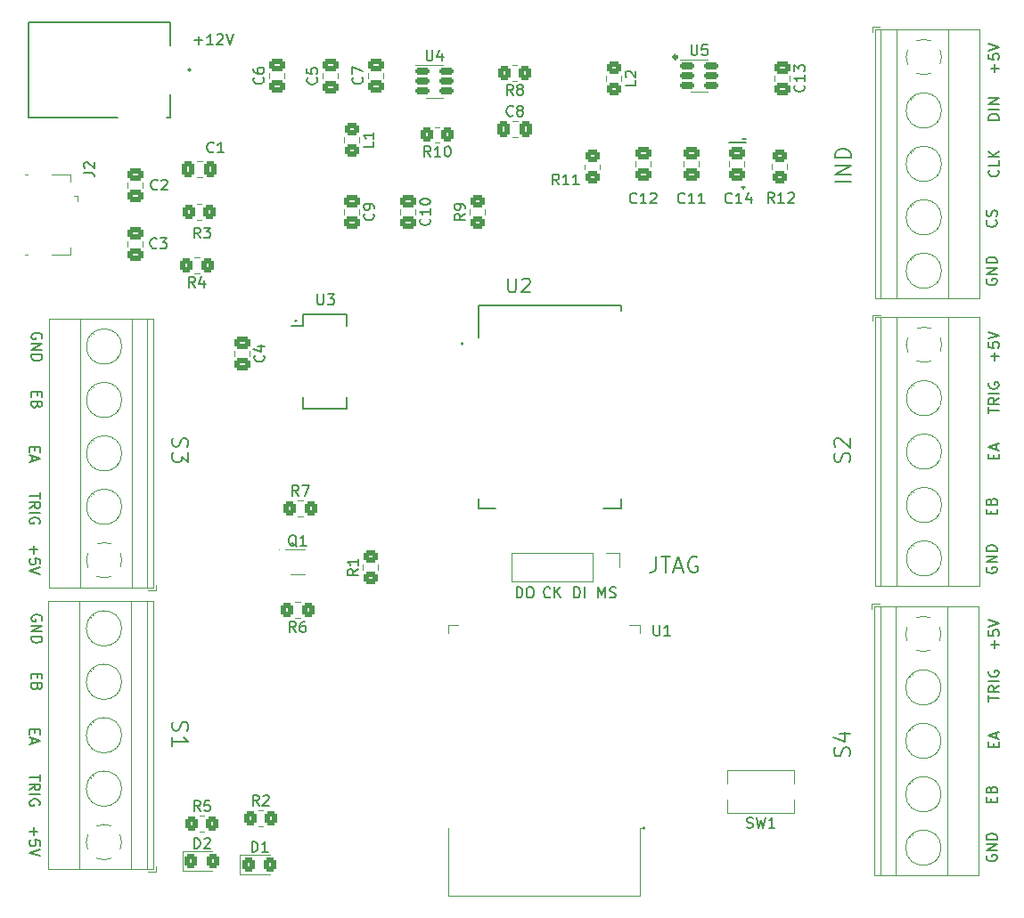
<source format=gto>
G04 #@! TF.GenerationSoftware,KiCad,Pcbnew,(6.0.10)*
G04 #@! TF.CreationDate,2023-06-25T11:42:12-04:00*
G04 #@! TF.ProjectId,sd2_node_board,7364325f-6e6f-4646-955f-626f6172642e,rev?*
G04 #@! TF.SameCoordinates,Original*
G04 #@! TF.FileFunction,Legend,Top*
G04 #@! TF.FilePolarity,Positive*
%FSLAX46Y46*%
G04 Gerber Fmt 4.6, Leading zero omitted, Abs format (unit mm)*
G04 Created by KiCad (PCBNEW (6.0.10)) date 2023-06-25 11:42:12*
%MOMM*%
%LPD*%
G01*
G04 APERTURE LIST*
G04 Aperture macros list*
%AMRoundRect*
0 Rectangle with rounded corners*
0 $1 Rounding radius*
0 $2 $3 $4 $5 $6 $7 $8 $9 X,Y pos of 4 corners*
0 Add a 4 corners polygon primitive as box body*
4,1,4,$2,$3,$4,$5,$6,$7,$8,$9,$2,$3,0*
0 Add four circle primitives for the rounded corners*
1,1,$1+$1,$2,$3*
1,1,$1+$1,$4,$5*
1,1,$1+$1,$6,$7*
1,1,$1+$1,$8,$9*
0 Add four rect primitives between the rounded corners*
20,1,$1+$1,$2,$3,$4,$5,0*
20,1,$1+$1,$4,$5,$6,$7,0*
20,1,$1+$1,$6,$7,$8,$9,0*
20,1,$1+$1,$8,$9,$2,$3,0*%
G04 Aperture macros list end*
%ADD10C,0.150000*%
%ADD11C,0.329000*%
%ADD12C,0.200000*%
%ADD13C,0.120000*%
%ADD14C,0.127000*%
%ADD15RoundRect,0.250000X0.475000X-0.337500X0.475000X0.337500X-0.475000X0.337500X-0.475000X-0.337500X0*%
%ADD16RoundRect,0.250000X0.450000X-0.350000X0.450000X0.350000X-0.450000X0.350000X-0.450000X-0.350000X0*%
%ADD17RoundRect,0.250000X-0.475000X0.337500X-0.475000X-0.337500X0.475000X-0.337500X0.475000X0.337500X0*%
%ADD18RoundRect,0.250000X-0.450000X0.325000X-0.450000X-0.325000X0.450000X-0.325000X0.450000X0.325000X0*%
%ADD19R,1.250000X1.000000*%
%ADD20RoundRect,0.250000X-0.325000X-0.450000X0.325000X-0.450000X0.325000X0.450000X-0.325000X0.450000X0*%
%ADD21RoundRect,0.150000X-0.512500X-0.150000X0.512500X-0.150000X0.512500X0.150000X-0.512500X0.150000X0*%
%ADD22RoundRect,0.250000X0.350000X0.450000X-0.350000X0.450000X-0.350000X-0.450000X0.350000X-0.450000X0*%
%ADD23R,1.400000X0.400000*%
%ADD24R,1.450000X1.150000*%
%ADD25O,1.900000X1.050000*%
%ADD26R,1.900000X1.750000*%
%ADD27R,1.500000X0.400000*%
%ADD28R,1.200000X0.400000*%
%ADD29RoundRect,0.250000X-0.337500X-0.475000X0.337500X-0.475000X0.337500X0.475000X-0.337500X0.475000X0*%
%ADD30RoundRect,0.250000X-0.350000X-0.450000X0.350000X-0.450000X0.350000X0.450000X-0.350000X0.450000X0*%
%ADD31O,2.000000X4.000000*%
%ADD32O,4.000000X2.000000*%
%ADD33R,1.700000X1.700000*%
%ADD34O,1.700000X1.700000*%
%ADD35R,2.600000X2.600000*%
%ADD36C,2.600000*%
%ADD37RoundRect,0.250000X-0.450000X0.350000X-0.450000X-0.350000X0.450000X-0.350000X0.450000X0.350000X0*%
%ADD38R,1.500000X0.900000*%
%ADD39R,0.900000X1.500000*%
%ADD40C,0.475000*%
%ADD41R,4.200000X4.200000*%
%ADD42R,1.447800X0.838200*%
%ADD43R,0.838200X1.447800*%
G04 APERTURE END LIST*
D10*
X103438095Y-71071428D02*
X104200000Y-71071428D01*
X103819047Y-71452380D02*
X103819047Y-70690476D01*
X105200000Y-71452380D02*
X104628571Y-71452380D01*
X104914285Y-71452380D02*
X104914285Y-70452380D01*
X104819047Y-70595238D01*
X104723809Y-70690476D01*
X104628571Y-70738095D01*
X105580952Y-70547619D02*
X105628571Y-70500000D01*
X105723809Y-70452380D01*
X105961904Y-70452380D01*
X106057142Y-70500000D01*
X106104761Y-70547619D01*
X106152380Y-70642857D01*
X106152380Y-70738095D01*
X106104761Y-70880952D01*
X105533333Y-71452380D01*
X106152380Y-71452380D01*
X106438095Y-70452380D02*
X106771428Y-71452380D01*
X107104761Y-70452380D01*
X155549600Y-84886800D02*
X155549600Y-85191600D01*
X155473400Y-80441800D02*
X155778200Y-80441800D01*
X149098001Y-72644000D02*
G75*
G03*
X149098001Y-72644000I-1J0D01*
G01*
X155397200Y-85039200D02*
X155702000Y-85039200D01*
D11*
X149262500Y-72644000D02*
G75*
G03*
X149262500Y-72644000I-164500J0D01*
G01*
D10*
X113131600Y-97713800D02*
G75*
G03*
X113131600Y-97713800I-76200J0D01*
G01*
X154178000Y-80746600D02*
X155803600Y-80746600D01*
X179471428Y-101485714D02*
X179471428Y-100723809D01*
X179852380Y-101104761D02*
X179090476Y-101104761D01*
X178852380Y-99771428D02*
X178852380Y-100247619D01*
X179328571Y-100295238D01*
X179280952Y-100247619D01*
X179233333Y-100152380D01*
X179233333Y-99914285D01*
X179280952Y-99819047D01*
X179328571Y-99771428D01*
X179423809Y-99723809D01*
X179661904Y-99723809D01*
X179757142Y-99771428D01*
X179804761Y-99819047D01*
X179852380Y-99914285D01*
X179852380Y-100152380D01*
X179804761Y-100247619D01*
X179757142Y-100295238D01*
X178852380Y-99438095D02*
X179852380Y-99104761D01*
X178852380Y-98771428D01*
X88471428Y-131285714D02*
X88471428Y-131619047D01*
X87947619Y-131761904D02*
X87947619Y-131285714D01*
X88947619Y-131285714D01*
X88947619Y-131761904D01*
X88471428Y-132523809D02*
X88423809Y-132666666D01*
X88376190Y-132714285D01*
X88280952Y-132761904D01*
X88138095Y-132761904D01*
X88042857Y-132714285D01*
X87995238Y-132666666D01*
X87947619Y-132571428D01*
X87947619Y-132190476D01*
X88947619Y-132190476D01*
X88947619Y-132523809D01*
X88900000Y-132619047D01*
X88852380Y-132666666D01*
X88757142Y-132714285D01*
X88661904Y-132714285D01*
X88566666Y-132666666D01*
X88519047Y-132619047D01*
X88471428Y-132523809D01*
X88471428Y-132190476D01*
X178700000Y-148561904D02*
X178652380Y-148657142D01*
X178652380Y-148800000D01*
X178700000Y-148942857D01*
X178795238Y-149038095D01*
X178890476Y-149085714D01*
X179080952Y-149133333D01*
X179223809Y-149133333D01*
X179414285Y-149085714D01*
X179509523Y-149038095D01*
X179604761Y-148942857D01*
X179652380Y-148800000D01*
X179652380Y-148704761D01*
X179604761Y-148561904D01*
X179557142Y-148514285D01*
X179223809Y-148514285D01*
X179223809Y-148704761D01*
X179652380Y-148085714D02*
X178652380Y-148085714D01*
X179652380Y-147514285D01*
X178652380Y-147514285D01*
X179652380Y-147038095D02*
X178652380Y-147038095D01*
X178652380Y-146800000D01*
X178700000Y-146657142D01*
X178795238Y-146561904D01*
X178890476Y-146514285D01*
X179080952Y-146466666D01*
X179223809Y-146466666D01*
X179414285Y-146514285D01*
X179509523Y-146561904D01*
X179604761Y-146657142D01*
X179652380Y-146800000D01*
X179652380Y-147038095D01*
X88128571Y-119114285D02*
X88128571Y-119876190D01*
X87747619Y-119495238D02*
X88509523Y-119495238D01*
X88747619Y-120828571D02*
X88747619Y-120352380D01*
X88271428Y-120304761D01*
X88319047Y-120352380D01*
X88366666Y-120447619D01*
X88366666Y-120685714D01*
X88319047Y-120780952D01*
X88271428Y-120828571D01*
X88176190Y-120876190D01*
X87938095Y-120876190D01*
X87842857Y-120828571D01*
X87795238Y-120780952D01*
X87747619Y-120685714D01*
X87747619Y-120447619D01*
X87795238Y-120352380D01*
X87842857Y-120304761D01*
X88747619Y-121161904D02*
X87747619Y-121495238D01*
X88747619Y-121828571D01*
X88900000Y-126238095D02*
X88947619Y-126142857D01*
X88947619Y-126000000D01*
X88900000Y-125857142D01*
X88804761Y-125761904D01*
X88709523Y-125714285D01*
X88519047Y-125666666D01*
X88376190Y-125666666D01*
X88185714Y-125714285D01*
X88090476Y-125761904D01*
X87995238Y-125857142D01*
X87947619Y-126000000D01*
X87947619Y-126095238D01*
X87995238Y-126238095D01*
X88042857Y-126285714D01*
X88376190Y-126285714D01*
X88376190Y-126095238D01*
X87947619Y-126714285D02*
X88947619Y-126714285D01*
X87947619Y-127285714D01*
X88947619Y-127285714D01*
X87947619Y-127761904D02*
X88947619Y-127761904D01*
X88947619Y-128000000D01*
X88900000Y-128142857D01*
X88804761Y-128238095D01*
X88709523Y-128285714D01*
X88519047Y-128333333D01*
X88376190Y-128333333D01*
X88185714Y-128285714D01*
X88090476Y-128238095D01*
X87995238Y-128142857D01*
X87947619Y-128000000D01*
X87947619Y-127761904D01*
X179328571Y-138242857D02*
X179328571Y-137909523D01*
X179852380Y-137766666D02*
X179852380Y-138242857D01*
X178852380Y-138242857D01*
X178852380Y-137766666D01*
X179566666Y-137385714D02*
X179566666Y-136909523D01*
X179852380Y-137480952D02*
X178852380Y-137147619D01*
X179852380Y-136814285D01*
X179328571Y-110842857D02*
X179328571Y-110509523D01*
X179852380Y-110366666D02*
X179852380Y-110842857D01*
X178852380Y-110842857D01*
X178852380Y-110366666D01*
X179566666Y-109985714D02*
X179566666Y-109509523D01*
X179852380Y-110080952D02*
X178852380Y-109747619D01*
X179852380Y-109414285D01*
D12*
X165607142Y-111142857D02*
X165678571Y-110928571D01*
X165678571Y-110571428D01*
X165607142Y-110428571D01*
X165535714Y-110357142D01*
X165392857Y-110285714D01*
X165250000Y-110285714D01*
X165107142Y-110357142D01*
X165035714Y-110428571D01*
X164964285Y-110571428D01*
X164892857Y-110857142D01*
X164821428Y-111000000D01*
X164750000Y-111071428D01*
X164607142Y-111142857D01*
X164464285Y-111142857D01*
X164321428Y-111071428D01*
X164250000Y-111000000D01*
X164178571Y-110857142D01*
X164178571Y-110500000D01*
X164250000Y-110285714D01*
X164321428Y-109714285D02*
X164250000Y-109642857D01*
X164178571Y-109500000D01*
X164178571Y-109142857D01*
X164250000Y-109000000D01*
X164321428Y-108928571D01*
X164464285Y-108857142D01*
X164607142Y-108857142D01*
X164821428Y-108928571D01*
X165678571Y-109785714D01*
X165678571Y-108857142D01*
D10*
X141790476Y-124052380D02*
X141790476Y-123052380D01*
X142123809Y-123766666D01*
X142457142Y-123052380D01*
X142457142Y-124052380D01*
X142885714Y-124004761D02*
X143028571Y-124052380D01*
X143266666Y-124052380D01*
X143361904Y-124004761D01*
X143409523Y-123957142D01*
X143457142Y-123861904D01*
X143457142Y-123766666D01*
X143409523Y-123671428D01*
X143361904Y-123623809D01*
X143266666Y-123576190D01*
X143076190Y-123528571D01*
X142980952Y-123480952D01*
X142933333Y-123433333D01*
X142885714Y-123338095D01*
X142885714Y-123242857D01*
X142933333Y-123147619D01*
X142980952Y-123100000D01*
X143076190Y-123052380D01*
X143314285Y-123052380D01*
X143457142Y-123100000D01*
X139500000Y-124052380D02*
X139500000Y-123052380D01*
X139738095Y-123052380D01*
X139880952Y-123100000D01*
X139976190Y-123195238D01*
X140023809Y-123290476D01*
X140071428Y-123480952D01*
X140071428Y-123623809D01*
X140023809Y-123814285D01*
X139976190Y-123909523D01*
X139880952Y-124004761D01*
X139738095Y-124052380D01*
X139500000Y-124052380D01*
X140500000Y-124052380D02*
X140500000Y-123052380D01*
X179557142Y-88166666D02*
X179604761Y-88214285D01*
X179652380Y-88357142D01*
X179652380Y-88452380D01*
X179604761Y-88595238D01*
X179509523Y-88690476D01*
X179414285Y-88738095D01*
X179223809Y-88785714D01*
X179080952Y-88785714D01*
X178890476Y-88738095D01*
X178795238Y-88690476D01*
X178700000Y-88595238D01*
X178652380Y-88452380D01*
X178652380Y-88357142D01*
X178700000Y-88214285D01*
X178747619Y-88166666D01*
X179604761Y-87785714D02*
X179652380Y-87642857D01*
X179652380Y-87404761D01*
X179604761Y-87309523D01*
X179557142Y-87261904D01*
X179461904Y-87214285D01*
X179366666Y-87214285D01*
X179271428Y-87261904D01*
X179223809Y-87309523D01*
X179176190Y-87404761D01*
X179128571Y-87595238D01*
X179080952Y-87690476D01*
X179033333Y-87738095D01*
X178938095Y-87785714D01*
X178842857Y-87785714D01*
X178747619Y-87738095D01*
X178700000Y-87690476D01*
X178652380Y-87595238D01*
X178652380Y-87357142D01*
X178700000Y-87214285D01*
X179128571Y-143514285D02*
X179128571Y-143180952D01*
X179652380Y-143038095D02*
X179652380Y-143514285D01*
X178652380Y-143514285D01*
X178652380Y-143038095D01*
X179128571Y-142276190D02*
X179176190Y-142133333D01*
X179223809Y-142085714D01*
X179319047Y-142038095D01*
X179461904Y-142038095D01*
X179557142Y-142085714D01*
X179604761Y-142133333D01*
X179652380Y-142228571D01*
X179652380Y-142609523D01*
X178652380Y-142609523D01*
X178652380Y-142276190D01*
X178700000Y-142180952D01*
X178747619Y-142133333D01*
X178842857Y-142085714D01*
X178938095Y-142085714D01*
X179033333Y-142133333D01*
X179080952Y-142180952D01*
X179128571Y-142276190D01*
X179128571Y-142609523D01*
X178852380Y-133923809D02*
X178852380Y-133352380D01*
X179852380Y-133638095D02*
X178852380Y-133638095D01*
X179852380Y-132447619D02*
X179376190Y-132780952D01*
X179852380Y-133019047D02*
X178852380Y-133019047D01*
X178852380Y-132638095D01*
X178900000Y-132542857D01*
X178947619Y-132495238D01*
X179042857Y-132447619D01*
X179185714Y-132447619D01*
X179280952Y-132495238D01*
X179328571Y-132542857D01*
X179376190Y-132638095D01*
X179376190Y-133019047D01*
X179852380Y-132019047D02*
X178852380Y-132019047D01*
X178900000Y-131019047D02*
X178852380Y-131114285D01*
X178852380Y-131257142D01*
X178900000Y-131400000D01*
X178995238Y-131495238D01*
X179090476Y-131542857D01*
X179280952Y-131590476D01*
X179423809Y-131590476D01*
X179614285Y-131542857D01*
X179709523Y-131495238D01*
X179804761Y-131400000D01*
X179852380Y-131257142D01*
X179852380Y-131161904D01*
X179804761Y-131019047D01*
X179757142Y-130971428D01*
X179423809Y-130971428D01*
X179423809Y-131161904D01*
D12*
X101392857Y-135857142D02*
X101321428Y-136071428D01*
X101321428Y-136428571D01*
X101392857Y-136571428D01*
X101464285Y-136642857D01*
X101607142Y-136714285D01*
X101750000Y-136714285D01*
X101892857Y-136642857D01*
X101964285Y-136571428D01*
X102035714Y-136428571D01*
X102107142Y-136142857D01*
X102178571Y-136000000D01*
X102250000Y-135928571D01*
X102392857Y-135857142D01*
X102535714Y-135857142D01*
X102678571Y-135928571D01*
X102750000Y-136000000D01*
X102821428Y-136142857D01*
X102821428Y-136500000D01*
X102750000Y-136714285D01*
X101321428Y-138142857D02*
X101321428Y-137285714D01*
X101321428Y-137714285D02*
X102821428Y-137714285D01*
X102607142Y-137571428D01*
X102464285Y-137428571D01*
X102392857Y-137285714D01*
D10*
X134014285Y-124052380D02*
X134014285Y-123052380D01*
X134252380Y-123052380D01*
X134395238Y-123100000D01*
X134490476Y-123195238D01*
X134538095Y-123290476D01*
X134585714Y-123480952D01*
X134585714Y-123623809D01*
X134538095Y-123814285D01*
X134490476Y-123909523D01*
X134395238Y-124004761D01*
X134252380Y-124052380D01*
X134014285Y-124052380D01*
X135204761Y-123052380D02*
X135395238Y-123052380D01*
X135490476Y-123100000D01*
X135585714Y-123195238D01*
X135633333Y-123385714D01*
X135633333Y-123719047D01*
X135585714Y-123909523D01*
X135490476Y-124004761D01*
X135395238Y-124052380D01*
X135204761Y-124052380D01*
X135109523Y-124004761D01*
X135014285Y-123909523D01*
X134966666Y-123719047D01*
X134966666Y-123385714D01*
X135014285Y-123195238D01*
X135109523Y-123100000D01*
X135204761Y-123052380D01*
X179471428Y-128885714D02*
X179471428Y-128123809D01*
X179852380Y-128504761D02*
X179090476Y-128504761D01*
X178852380Y-127171428D02*
X178852380Y-127647619D01*
X179328571Y-127695238D01*
X179280952Y-127647619D01*
X179233333Y-127552380D01*
X179233333Y-127314285D01*
X179280952Y-127219047D01*
X179328571Y-127171428D01*
X179423809Y-127123809D01*
X179661904Y-127123809D01*
X179757142Y-127171428D01*
X179804761Y-127219047D01*
X179852380Y-127314285D01*
X179852380Y-127552380D01*
X179804761Y-127647619D01*
X179757142Y-127695238D01*
X178852380Y-126838095D02*
X179852380Y-126504761D01*
X178852380Y-126171428D01*
X179757142Y-83395238D02*
X179804761Y-83442857D01*
X179852380Y-83585714D01*
X179852380Y-83680952D01*
X179804761Y-83823809D01*
X179709523Y-83919047D01*
X179614285Y-83966666D01*
X179423809Y-84014285D01*
X179280952Y-84014285D01*
X179090476Y-83966666D01*
X178995238Y-83919047D01*
X178900000Y-83823809D01*
X178852380Y-83680952D01*
X178852380Y-83585714D01*
X178900000Y-83442857D01*
X178947619Y-83395238D01*
X179852380Y-82490476D02*
X179852380Y-82966666D01*
X178852380Y-82966666D01*
X179852380Y-82157142D02*
X178852380Y-82157142D01*
X179852380Y-81585714D02*
X179280952Y-82014285D01*
X178852380Y-81585714D02*
X179423809Y-82157142D01*
X137209523Y-123957142D02*
X137161904Y-124004761D01*
X137019047Y-124052380D01*
X136923809Y-124052380D01*
X136780952Y-124004761D01*
X136685714Y-123909523D01*
X136638095Y-123814285D01*
X136590476Y-123623809D01*
X136590476Y-123480952D01*
X136638095Y-123290476D01*
X136685714Y-123195238D01*
X136780952Y-123100000D01*
X136923809Y-123052380D01*
X137019047Y-123052380D01*
X137161904Y-123100000D01*
X137209523Y-123147619D01*
X137638095Y-124052380D02*
X137638095Y-123052380D01*
X138209523Y-124052380D02*
X137780952Y-123480952D01*
X138209523Y-123052380D02*
X137638095Y-123623809D01*
X179128571Y-116114285D02*
X179128571Y-115780952D01*
X179652380Y-115638095D02*
X179652380Y-116114285D01*
X178652380Y-116114285D01*
X178652380Y-115638095D01*
X179128571Y-114876190D02*
X179176190Y-114733333D01*
X179223809Y-114685714D01*
X179319047Y-114638095D01*
X179461904Y-114638095D01*
X179557142Y-114685714D01*
X179604761Y-114733333D01*
X179652380Y-114828571D01*
X179652380Y-115209523D01*
X178652380Y-115209523D01*
X178652380Y-114876190D01*
X178700000Y-114780952D01*
X178747619Y-114733333D01*
X178842857Y-114685714D01*
X178938095Y-114685714D01*
X179033333Y-114733333D01*
X179080952Y-114780952D01*
X179128571Y-114876190D01*
X179128571Y-115209523D01*
D12*
X147250000Y-120178571D02*
X147250000Y-121250000D01*
X147178571Y-121464285D01*
X147035714Y-121607142D01*
X146821428Y-121678571D01*
X146678571Y-121678571D01*
X147750000Y-120178571D02*
X148607142Y-120178571D01*
X148178571Y-121678571D02*
X148178571Y-120178571D01*
X149035714Y-121250000D02*
X149750000Y-121250000D01*
X148892857Y-121678571D02*
X149392857Y-120178571D01*
X149892857Y-121678571D01*
X151178571Y-120250000D02*
X151035714Y-120178571D01*
X150821428Y-120178571D01*
X150607142Y-120250000D01*
X150464285Y-120392857D01*
X150392857Y-120535714D01*
X150321428Y-120821428D01*
X150321428Y-121035714D01*
X150392857Y-121321428D01*
X150464285Y-121464285D01*
X150607142Y-121607142D01*
X150821428Y-121678571D01*
X150964285Y-121678571D01*
X151178571Y-121607142D01*
X151250000Y-121535714D01*
X151250000Y-121035714D01*
X150964285Y-121035714D01*
D10*
X88747619Y-140876190D02*
X88747619Y-141447619D01*
X87747619Y-141161904D02*
X88747619Y-141161904D01*
X87747619Y-142352380D02*
X88223809Y-142019047D01*
X87747619Y-141780952D02*
X88747619Y-141780952D01*
X88747619Y-142161904D01*
X88700000Y-142257142D01*
X88652380Y-142304761D01*
X88557142Y-142352380D01*
X88414285Y-142352380D01*
X88319047Y-142304761D01*
X88271428Y-142257142D01*
X88223809Y-142161904D01*
X88223809Y-141780952D01*
X87747619Y-142780952D02*
X88747619Y-142780952D01*
X88700000Y-143780952D02*
X88747619Y-143685714D01*
X88747619Y-143542857D01*
X88700000Y-143400000D01*
X88604761Y-143304761D01*
X88509523Y-143257142D01*
X88319047Y-143209523D01*
X88176190Y-143209523D01*
X87985714Y-143257142D01*
X87890476Y-143304761D01*
X87795238Y-143400000D01*
X87747619Y-143542857D01*
X87747619Y-143638095D01*
X87795238Y-143780952D01*
X87842857Y-143828571D01*
X88176190Y-143828571D01*
X88176190Y-143638095D01*
X88747619Y-114076190D02*
X88747619Y-114647619D01*
X87747619Y-114361904D02*
X88747619Y-114361904D01*
X87747619Y-115552380D02*
X88223809Y-115219047D01*
X87747619Y-114980952D02*
X88747619Y-114980952D01*
X88747619Y-115361904D01*
X88700000Y-115457142D01*
X88652380Y-115504761D01*
X88557142Y-115552380D01*
X88414285Y-115552380D01*
X88319047Y-115504761D01*
X88271428Y-115457142D01*
X88223809Y-115361904D01*
X88223809Y-114980952D01*
X87747619Y-115980952D02*
X88747619Y-115980952D01*
X88700000Y-116980952D02*
X88747619Y-116885714D01*
X88747619Y-116742857D01*
X88700000Y-116600000D01*
X88604761Y-116504761D01*
X88509523Y-116457142D01*
X88319047Y-116409523D01*
X88176190Y-116409523D01*
X87985714Y-116457142D01*
X87890476Y-116504761D01*
X87795238Y-116600000D01*
X87747619Y-116742857D01*
X87747619Y-116838095D01*
X87795238Y-116980952D01*
X87842857Y-117028571D01*
X88176190Y-117028571D01*
X88176190Y-116838095D01*
D12*
X165607142Y-139142857D02*
X165678571Y-138928571D01*
X165678571Y-138571428D01*
X165607142Y-138428571D01*
X165535714Y-138357142D01*
X165392857Y-138285714D01*
X165250000Y-138285714D01*
X165107142Y-138357142D01*
X165035714Y-138428571D01*
X164964285Y-138571428D01*
X164892857Y-138857142D01*
X164821428Y-139000000D01*
X164750000Y-139071428D01*
X164607142Y-139142857D01*
X164464285Y-139142857D01*
X164321428Y-139071428D01*
X164250000Y-139000000D01*
X164178571Y-138857142D01*
X164178571Y-138500000D01*
X164250000Y-138285714D01*
X164678571Y-137000000D02*
X165678571Y-137000000D01*
X164107142Y-137357142D02*
X165178571Y-137714285D01*
X165178571Y-136785714D01*
D10*
X178700000Y-93761904D02*
X178652380Y-93857142D01*
X178652380Y-94000000D01*
X178700000Y-94142857D01*
X178795238Y-94238095D01*
X178890476Y-94285714D01*
X179080952Y-94333333D01*
X179223809Y-94333333D01*
X179414285Y-94285714D01*
X179509523Y-94238095D01*
X179604761Y-94142857D01*
X179652380Y-94000000D01*
X179652380Y-93904761D01*
X179604761Y-93761904D01*
X179557142Y-93714285D01*
X179223809Y-93714285D01*
X179223809Y-93904761D01*
X179652380Y-93285714D02*
X178652380Y-93285714D01*
X179652380Y-92714285D01*
X178652380Y-92714285D01*
X179652380Y-92238095D02*
X178652380Y-92238095D01*
X178652380Y-92000000D01*
X178700000Y-91857142D01*
X178795238Y-91761904D01*
X178890476Y-91714285D01*
X179080952Y-91666666D01*
X179223809Y-91666666D01*
X179414285Y-91714285D01*
X179509523Y-91761904D01*
X179604761Y-91857142D01*
X179652380Y-92000000D01*
X179652380Y-92238095D01*
X88271428Y-136557142D02*
X88271428Y-136890476D01*
X87747619Y-137033333D02*
X87747619Y-136557142D01*
X88747619Y-136557142D01*
X88747619Y-137033333D01*
X88033333Y-137414285D02*
X88033333Y-137890476D01*
X87747619Y-137319047D02*
X88747619Y-137652380D01*
X87747619Y-137985714D01*
X179852380Y-78623809D02*
X178852380Y-78623809D01*
X178852380Y-78385714D01*
X178900000Y-78242857D01*
X178995238Y-78147619D01*
X179090476Y-78100000D01*
X179280952Y-78052380D01*
X179423809Y-78052380D01*
X179614285Y-78100000D01*
X179709523Y-78147619D01*
X179804761Y-78242857D01*
X179852380Y-78385714D01*
X179852380Y-78623809D01*
X179852380Y-77623809D02*
X178852380Y-77623809D01*
X179852380Y-77147619D02*
X178852380Y-77147619D01*
X179852380Y-76576190D01*
X178852380Y-76576190D01*
X178852380Y-106523809D02*
X178852380Y-105952380D01*
X179852380Y-106238095D02*
X178852380Y-106238095D01*
X179852380Y-105047619D02*
X179376190Y-105380952D01*
X179852380Y-105619047D02*
X178852380Y-105619047D01*
X178852380Y-105238095D01*
X178900000Y-105142857D01*
X178947619Y-105095238D01*
X179042857Y-105047619D01*
X179185714Y-105047619D01*
X179280952Y-105095238D01*
X179328571Y-105142857D01*
X179376190Y-105238095D01*
X179376190Y-105619047D01*
X179852380Y-104619047D02*
X178852380Y-104619047D01*
X178900000Y-103619047D02*
X178852380Y-103714285D01*
X178852380Y-103857142D01*
X178900000Y-104000000D01*
X178995238Y-104095238D01*
X179090476Y-104142857D01*
X179280952Y-104190476D01*
X179423809Y-104190476D01*
X179614285Y-104142857D01*
X179709523Y-104095238D01*
X179804761Y-104000000D01*
X179852380Y-103857142D01*
X179852380Y-103761904D01*
X179804761Y-103619047D01*
X179757142Y-103571428D01*
X179423809Y-103571428D01*
X179423809Y-103761904D01*
X88128571Y-145914285D02*
X88128571Y-146676190D01*
X87747619Y-146295238D02*
X88509523Y-146295238D01*
X88747619Y-147628571D02*
X88747619Y-147152380D01*
X88271428Y-147104761D01*
X88319047Y-147152380D01*
X88366666Y-147247619D01*
X88366666Y-147485714D01*
X88319047Y-147580952D01*
X88271428Y-147628571D01*
X88176190Y-147676190D01*
X87938095Y-147676190D01*
X87842857Y-147628571D01*
X87795238Y-147580952D01*
X87747619Y-147485714D01*
X87747619Y-147247619D01*
X87795238Y-147152380D01*
X87842857Y-147104761D01*
X88747619Y-147961904D02*
X87747619Y-148295238D01*
X88747619Y-148628571D01*
D12*
X165778571Y-84535714D02*
X164278571Y-84535714D01*
X165778571Y-83821428D02*
X164278571Y-83821428D01*
X165778571Y-82964285D01*
X164278571Y-82964285D01*
X165778571Y-82250000D02*
X164278571Y-82250000D01*
X164278571Y-81892857D01*
X164350000Y-81678571D01*
X164492857Y-81535714D01*
X164635714Y-81464285D01*
X164921428Y-81392857D01*
X165135714Y-81392857D01*
X165421428Y-81464285D01*
X165564285Y-81535714D01*
X165707142Y-81678571D01*
X165778571Y-81892857D01*
X165778571Y-82250000D01*
D10*
X88471428Y-104485714D02*
X88471428Y-104819047D01*
X87947619Y-104961904D02*
X87947619Y-104485714D01*
X88947619Y-104485714D01*
X88947619Y-104961904D01*
X88471428Y-105723809D02*
X88423809Y-105866666D01*
X88376190Y-105914285D01*
X88280952Y-105961904D01*
X88138095Y-105961904D01*
X88042857Y-105914285D01*
X87995238Y-105866666D01*
X87947619Y-105771428D01*
X87947619Y-105390476D01*
X88947619Y-105390476D01*
X88947619Y-105723809D01*
X88900000Y-105819047D01*
X88852380Y-105866666D01*
X88757142Y-105914285D01*
X88661904Y-105914285D01*
X88566666Y-105866666D01*
X88519047Y-105819047D01*
X88471428Y-105723809D01*
X88471428Y-105390476D01*
X88271428Y-109757142D02*
X88271428Y-110090476D01*
X87747619Y-110233333D02*
X87747619Y-109757142D01*
X88747619Y-109757142D01*
X88747619Y-110233333D01*
X88033333Y-110614285D02*
X88033333Y-111090476D01*
X87747619Y-110519047D02*
X88747619Y-110852380D01*
X87747619Y-111185714D01*
X88900000Y-99438095D02*
X88947619Y-99342857D01*
X88947619Y-99200000D01*
X88900000Y-99057142D01*
X88804761Y-98961904D01*
X88709523Y-98914285D01*
X88519047Y-98866666D01*
X88376190Y-98866666D01*
X88185714Y-98914285D01*
X88090476Y-98961904D01*
X87995238Y-99057142D01*
X87947619Y-99200000D01*
X87947619Y-99295238D01*
X87995238Y-99438095D01*
X88042857Y-99485714D01*
X88376190Y-99485714D01*
X88376190Y-99295238D01*
X87947619Y-99914285D02*
X88947619Y-99914285D01*
X87947619Y-100485714D01*
X88947619Y-100485714D01*
X87947619Y-100961904D02*
X88947619Y-100961904D01*
X88947619Y-101200000D01*
X88900000Y-101342857D01*
X88804761Y-101438095D01*
X88709523Y-101485714D01*
X88519047Y-101533333D01*
X88376190Y-101533333D01*
X88185714Y-101485714D01*
X88090476Y-101438095D01*
X87995238Y-101342857D01*
X87947619Y-101200000D01*
X87947619Y-100961904D01*
X179471428Y-74085714D02*
X179471428Y-73323809D01*
X179852380Y-73704761D02*
X179090476Y-73704761D01*
X178852380Y-72371428D02*
X178852380Y-72847619D01*
X179328571Y-72895238D01*
X179280952Y-72847619D01*
X179233333Y-72752380D01*
X179233333Y-72514285D01*
X179280952Y-72419047D01*
X179328571Y-72371428D01*
X179423809Y-72323809D01*
X179661904Y-72323809D01*
X179757142Y-72371428D01*
X179804761Y-72419047D01*
X179852380Y-72514285D01*
X179852380Y-72752380D01*
X179804761Y-72847619D01*
X179757142Y-72895238D01*
X178852380Y-72038095D02*
X179852380Y-71704761D01*
X178852380Y-71371428D01*
X178700000Y-121161904D02*
X178652380Y-121257142D01*
X178652380Y-121400000D01*
X178700000Y-121542857D01*
X178795238Y-121638095D01*
X178890476Y-121685714D01*
X179080952Y-121733333D01*
X179223809Y-121733333D01*
X179414285Y-121685714D01*
X179509523Y-121638095D01*
X179604761Y-121542857D01*
X179652380Y-121400000D01*
X179652380Y-121304761D01*
X179604761Y-121161904D01*
X179557142Y-121114285D01*
X179223809Y-121114285D01*
X179223809Y-121304761D01*
X179652380Y-120685714D02*
X178652380Y-120685714D01*
X179652380Y-120114285D01*
X178652380Y-120114285D01*
X179652380Y-119638095D02*
X178652380Y-119638095D01*
X178652380Y-119400000D01*
X178700000Y-119257142D01*
X178795238Y-119161904D01*
X178890476Y-119114285D01*
X179080952Y-119066666D01*
X179223809Y-119066666D01*
X179414285Y-119114285D01*
X179509523Y-119161904D01*
X179604761Y-119257142D01*
X179652380Y-119400000D01*
X179652380Y-119638095D01*
D12*
X101392857Y-108857142D02*
X101321428Y-109071428D01*
X101321428Y-109428571D01*
X101392857Y-109571428D01*
X101464285Y-109642857D01*
X101607142Y-109714285D01*
X101750000Y-109714285D01*
X101892857Y-109642857D01*
X101964285Y-109571428D01*
X102035714Y-109428571D01*
X102107142Y-109142857D01*
X102178571Y-109000000D01*
X102250000Y-108928571D01*
X102392857Y-108857142D01*
X102535714Y-108857142D01*
X102678571Y-108928571D01*
X102750000Y-109000000D01*
X102821428Y-109142857D01*
X102821428Y-109500000D01*
X102750000Y-109714285D01*
X102821428Y-110214285D02*
X102821428Y-111142857D01*
X102250000Y-110642857D01*
X102250000Y-110857142D01*
X102178571Y-111000000D01*
X102107142Y-111071428D01*
X101964285Y-111142857D01*
X101607142Y-111142857D01*
X101464285Y-111071428D01*
X101392857Y-111000000D01*
X101321428Y-110857142D01*
X101321428Y-110428571D01*
X101392857Y-110285714D01*
X101464285Y-110214285D01*
D10*
X109929142Y-74588666D02*
X109976761Y-74636285D01*
X110024380Y-74779142D01*
X110024380Y-74874380D01*
X109976761Y-75017238D01*
X109881523Y-75112476D01*
X109786285Y-75160095D01*
X109595809Y-75207714D01*
X109452952Y-75207714D01*
X109262476Y-75160095D01*
X109167238Y-75112476D01*
X109072000Y-75017238D01*
X109024380Y-74874380D01*
X109024380Y-74779142D01*
X109072000Y-74636285D01*
X109119619Y-74588666D01*
X109024380Y-73731523D02*
X109024380Y-73922000D01*
X109072000Y-74017238D01*
X109119619Y-74064857D01*
X109262476Y-74160095D01*
X109452952Y-74207714D01*
X109833904Y-74207714D01*
X109929142Y-74160095D01*
X109976761Y-74112476D01*
X110024380Y-74017238D01*
X110024380Y-73826761D01*
X109976761Y-73731523D01*
X109929142Y-73683904D01*
X109833904Y-73636285D01*
X109595809Y-73636285D01*
X109500571Y-73683904D01*
X109452952Y-73731523D01*
X109405333Y-73826761D01*
X109405333Y-74017238D01*
X109452952Y-74112476D01*
X109500571Y-74160095D01*
X109595809Y-74207714D01*
X138041142Y-84780380D02*
X137707809Y-84304190D01*
X137469714Y-84780380D02*
X137469714Y-83780380D01*
X137850666Y-83780380D01*
X137945904Y-83828000D01*
X137993523Y-83875619D01*
X138041142Y-83970857D01*
X138041142Y-84113714D01*
X137993523Y-84208952D01*
X137945904Y-84256571D01*
X137850666Y-84304190D01*
X137469714Y-84304190D01*
X138993523Y-84780380D02*
X138422095Y-84780380D01*
X138707809Y-84780380D02*
X138707809Y-83780380D01*
X138612571Y-83923238D01*
X138517333Y-84018476D01*
X138422095Y-84066095D01*
X139945904Y-84780380D02*
X139374476Y-84780380D01*
X139660190Y-84780380D02*
X139660190Y-83780380D01*
X139564952Y-83923238D01*
X139469714Y-84018476D01*
X139374476Y-84066095D01*
X129104380Y-87542666D02*
X128628190Y-87876000D01*
X129104380Y-88114095D02*
X128104380Y-88114095D01*
X128104380Y-87733142D01*
X128152000Y-87637904D01*
X128199619Y-87590285D01*
X128294857Y-87542666D01*
X128437714Y-87542666D01*
X128532952Y-87590285D01*
X128580571Y-87637904D01*
X128628190Y-87733142D01*
X128628190Y-88114095D01*
X129104380Y-87066476D02*
X129104380Y-86876000D01*
X129056761Y-86780761D01*
X129009142Y-86733142D01*
X128866285Y-86637904D01*
X128675809Y-86590285D01*
X128294857Y-86590285D01*
X128199619Y-86637904D01*
X128152000Y-86685523D01*
X128104380Y-86780761D01*
X128104380Y-86971238D01*
X128152000Y-87066476D01*
X128199619Y-87114095D01*
X128294857Y-87161714D01*
X128532952Y-87161714D01*
X128628190Y-87114095D01*
X128675809Y-87066476D01*
X128723428Y-86971238D01*
X128723428Y-86780761D01*
X128675809Y-86685523D01*
X128628190Y-86637904D01*
X128532952Y-86590285D01*
X99833333Y-90757142D02*
X99785714Y-90804761D01*
X99642857Y-90852380D01*
X99547619Y-90852380D01*
X99404761Y-90804761D01*
X99309523Y-90709523D01*
X99261904Y-90614285D01*
X99214285Y-90423809D01*
X99214285Y-90280952D01*
X99261904Y-90090476D01*
X99309523Y-89995238D01*
X99404761Y-89900000D01*
X99547619Y-89852380D01*
X99642857Y-89852380D01*
X99785714Y-89900000D01*
X99833333Y-89947619D01*
X100166666Y-89852380D02*
X100785714Y-89852380D01*
X100452380Y-90233333D01*
X100595238Y-90233333D01*
X100690476Y-90280952D01*
X100738095Y-90328571D01*
X100785714Y-90423809D01*
X100785714Y-90661904D01*
X100738095Y-90757142D01*
X100690476Y-90804761D01*
X100595238Y-90852380D01*
X100309523Y-90852380D01*
X100214285Y-90804761D01*
X100166666Y-90757142D01*
X120401142Y-87542666D02*
X120448761Y-87590285D01*
X120496380Y-87733142D01*
X120496380Y-87828380D01*
X120448761Y-87971238D01*
X120353523Y-88066476D01*
X120258285Y-88114095D01*
X120067809Y-88161714D01*
X119924952Y-88161714D01*
X119734476Y-88114095D01*
X119639238Y-88066476D01*
X119544000Y-87971238D01*
X119496380Y-87828380D01*
X119496380Y-87733142D01*
X119544000Y-87590285D01*
X119591619Y-87542666D01*
X120496380Y-87066476D02*
X120496380Y-86876000D01*
X120448761Y-86780761D01*
X120401142Y-86733142D01*
X120258285Y-86637904D01*
X120067809Y-86590285D01*
X119686857Y-86590285D01*
X119591619Y-86637904D01*
X119544000Y-86685523D01*
X119496380Y-86780761D01*
X119496380Y-86971238D01*
X119544000Y-87066476D01*
X119591619Y-87114095D01*
X119686857Y-87161714D01*
X119924952Y-87161714D01*
X120020190Y-87114095D01*
X120067809Y-87066476D01*
X120115428Y-86971238D01*
X120115428Y-86780761D01*
X120067809Y-86685523D01*
X120020190Y-86637904D01*
X119924952Y-86590285D01*
X120466380Y-80684666D02*
X120466380Y-81160857D01*
X119466380Y-81160857D01*
X120466380Y-79827523D02*
X120466380Y-80398952D01*
X120466380Y-80113238D02*
X119466380Y-80113238D01*
X119609238Y-80208476D01*
X119704476Y-80303714D01*
X119752095Y-80398952D01*
X155892666Y-145898761D02*
X156035523Y-145946380D01*
X156273619Y-145946380D01*
X156368857Y-145898761D01*
X156416476Y-145851142D01*
X156464095Y-145755904D01*
X156464095Y-145660666D01*
X156416476Y-145565428D01*
X156368857Y-145517809D01*
X156273619Y-145470190D01*
X156083142Y-145422571D01*
X155987904Y-145374952D01*
X155940285Y-145327333D01*
X155892666Y-145232095D01*
X155892666Y-145136857D01*
X155940285Y-145041619D01*
X155987904Y-144994000D01*
X156083142Y-144946380D01*
X156321238Y-144946380D01*
X156464095Y-144994000D01*
X156797428Y-144946380D02*
X157035523Y-145946380D01*
X157226000Y-145232095D01*
X157416476Y-145946380D01*
X157654571Y-144946380D01*
X158559333Y-145946380D02*
X157987904Y-145946380D01*
X158273619Y-145946380D02*
X158273619Y-144946380D01*
X158178380Y-145089238D01*
X158083142Y-145184476D01*
X157987904Y-145232095D01*
X103392904Y-147900380D02*
X103392904Y-146900380D01*
X103631000Y-146900380D01*
X103773857Y-146948000D01*
X103869095Y-147043238D01*
X103916714Y-147138476D01*
X103964333Y-147328952D01*
X103964333Y-147471809D01*
X103916714Y-147662285D01*
X103869095Y-147757523D01*
X103773857Y-147852761D01*
X103631000Y-147900380D01*
X103392904Y-147900380D01*
X104345285Y-146995619D02*
X104392904Y-146948000D01*
X104488142Y-146900380D01*
X104726238Y-146900380D01*
X104821476Y-146948000D01*
X104869095Y-146995619D01*
X104916714Y-147090857D01*
X104916714Y-147186095D01*
X104869095Y-147328952D01*
X104297666Y-147900380D01*
X104916714Y-147900380D01*
X150622095Y-71474380D02*
X150622095Y-72283904D01*
X150669714Y-72379142D01*
X150717333Y-72426761D01*
X150812571Y-72474380D01*
X151003047Y-72474380D01*
X151098285Y-72426761D01*
X151145904Y-72379142D01*
X151193523Y-72283904D01*
X151193523Y-71474380D01*
X152145904Y-71474380D02*
X151669714Y-71474380D01*
X151622095Y-71950571D01*
X151669714Y-71902952D01*
X151764952Y-71855333D01*
X152003047Y-71855333D01*
X152098285Y-71902952D01*
X152145904Y-71950571D01*
X152193523Y-72045809D01*
X152193523Y-72283904D01*
X152145904Y-72379142D01*
X152098285Y-72426761D01*
X152003047Y-72474380D01*
X151764952Y-72474380D01*
X151669714Y-72426761D01*
X151622095Y-72379142D01*
X125849142Y-82128380D02*
X125515809Y-81652190D01*
X125277714Y-82128380D02*
X125277714Y-81128380D01*
X125658666Y-81128380D01*
X125753904Y-81176000D01*
X125801523Y-81223619D01*
X125849142Y-81318857D01*
X125849142Y-81461714D01*
X125801523Y-81556952D01*
X125753904Y-81604571D01*
X125658666Y-81652190D01*
X125277714Y-81652190D01*
X126801523Y-82128380D02*
X126230095Y-82128380D01*
X126515809Y-82128380D02*
X126515809Y-81128380D01*
X126420571Y-81271238D01*
X126325333Y-81366476D01*
X126230095Y-81414095D01*
X127420571Y-81128380D02*
X127515809Y-81128380D01*
X127611047Y-81176000D01*
X127658666Y-81223619D01*
X127706285Y-81318857D01*
X127753904Y-81509333D01*
X127753904Y-81747428D01*
X127706285Y-81937904D01*
X127658666Y-82033142D01*
X127611047Y-82080761D01*
X127515809Y-82128380D01*
X127420571Y-82128380D01*
X127325333Y-82080761D01*
X127277714Y-82033142D01*
X127230095Y-81937904D01*
X127182476Y-81747428D01*
X127182476Y-81509333D01*
X127230095Y-81318857D01*
X127277714Y-81223619D01*
X127325333Y-81176000D01*
X127420571Y-81128380D01*
X125476095Y-71998380D02*
X125476095Y-72807904D01*
X125523714Y-72903142D01*
X125571333Y-72950761D01*
X125666571Y-72998380D01*
X125857047Y-72998380D01*
X125952285Y-72950761D01*
X125999904Y-72903142D01*
X126047523Y-72807904D01*
X126047523Y-71998380D01*
X126952285Y-72331714D02*
X126952285Y-72998380D01*
X126714190Y-71950761D02*
X126476095Y-72665047D01*
X127095142Y-72665047D01*
X92924380Y-83645333D02*
X93638666Y-83645333D01*
X93781523Y-83692952D01*
X93876761Y-83788190D01*
X93924380Y-83931047D01*
X93924380Y-84026285D01*
X93019619Y-83216761D02*
X92972000Y-83169142D01*
X92924380Y-83073904D01*
X92924380Y-82835809D01*
X92972000Y-82740571D01*
X93019619Y-82692952D01*
X93114857Y-82645333D01*
X93210095Y-82645333D01*
X93352952Y-82692952D01*
X93924380Y-83264380D01*
X93924380Y-82645333D01*
X113128761Y-119197619D02*
X113033523Y-119150000D01*
X112938285Y-119054761D01*
X112795428Y-118911904D01*
X112700190Y-118864285D01*
X112604952Y-118864285D01*
X112652571Y-119102380D02*
X112557333Y-119054761D01*
X112462095Y-118959523D01*
X112414476Y-118769047D01*
X112414476Y-118435714D01*
X112462095Y-118245238D01*
X112557333Y-118150000D01*
X112652571Y-118102380D01*
X112843047Y-118102380D01*
X112938285Y-118150000D01*
X113033523Y-118245238D01*
X113081142Y-118435714D01*
X113081142Y-118769047D01*
X113033523Y-118959523D01*
X112938285Y-119054761D01*
X112843047Y-119102380D01*
X112652571Y-119102380D01*
X114033523Y-119102380D02*
X113462095Y-119102380D01*
X113747809Y-119102380D02*
X113747809Y-118102380D01*
X113652571Y-118245238D01*
X113557333Y-118340476D01*
X113462095Y-118388095D01*
X161295142Y-75318857D02*
X161342761Y-75366476D01*
X161390380Y-75509333D01*
X161390380Y-75604571D01*
X161342761Y-75747428D01*
X161247523Y-75842666D01*
X161152285Y-75890285D01*
X160961809Y-75937904D01*
X160818952Y-75937904D01*
X160628476Y-75890285D01*
X160533238Y-75842666D01*
X160438000Y-75747428D01*
X160390380Y-75604571D01*
X160390380Y-75509333D01*
X160438000Y-75366476D01*
X160485619Y-75318857D01*
X161390380Y-74366476D02*
X161390380Y-74937904D01*
X161390380Y-74652190D02*
X160390380Y-74652190D01*
X160533238Y-74747428D01*
X160628476Y-74842666D01*
X160676095Y-74937904D01*
X160390380Y-74033142D02*
X160390380Y-73414095D01*
X160771333Y-73747428D01*
X160771333Y-73604571D01*
X160818952Y-73509333D01*
X160866571Y-73461714D01*
X160961809Y-73414095D01*
X161199904Y-73414095D01*
X161295142Y-73461714D01*
X161342761Y-73509333D01*
X161390380Y-73604571D01*
X161390380Y-73890285D01*
X161342761Y-73985523D01*
X161295142Y-74033142D01*
X115112895Y-95184980D02*
X115112895Y-95994504D01*
X115160514Y-96089742D01*
X115208133Y-96137361D01*
X115303371Y-96184980D01*
X115493847Y-96184980D01*
X115589085Y-96137361D01*
X115636704Y-96089742D01*
X115684323Y-95994504D01*
X115684323Y-95184980D01*
X116065276Y-95184980D02*
X116684323Y-95184980D01*
X116350990Y-95565933D01*
X116493847Y-95565933D01*
X116589085Y-95613552D01*
X116636704Y-95661171D01*
X116684323Y-95756409D01*
X116684323Y-95994504D01*
X116636704Y-96089742D01*
X116589085Y-96137361D01*
X116493847Y-96184980D01*
X116208133Y-96184980D01*
X116112895Y-96137361D01*
X116065276Y-96089742D01*
X99909333Y-85193142D02*
X99861714Y-85240761D01*
X99718857Y-85288380D01*
X99623619Y-85288380D01*
X99480761Y-85240761D01*
X99385523Y-85145523D01*
X99337904Y-85050285D01*
X99290285Y-84859809D01*
X99290285Y-84716952D01*
X99337904Y-84526476D01*
X99385523Y-84431238D01*
X99480761Y-84336000D01*
X99623619Y-84288380D01*
X99718857Y-84288380D01*
X99861714Y-84336000D01*
X99909333Y-84383619D01*
X100290285Y-84383619D02*
X100337904Y-84336000D01*
X100433142Y-84288380D01*
X100671238Y-84288380D01*
X100766476Y-84336000D01*
X100814095Y-84383619D01*
X100861714Y-84478857D01*
X100861714Y-84574095D01*
X100814095Y-84716952D01*
X100242666Y-85288380D01*
X100861714Y-85288380D01*
X105243333Y-81637142D02*
X105195714Y-81684761D01*
X105052857Y-81732380D01*
X104957619Y-81732380D01*
X104814761Y-81684761D01*
X104719523Y-81589523D01*
X104671904Y-81494285D01*
X104624285Y-81303809D01*
X104624285Y-81160952D01*
X104671904Y-80970476D01*
X104719523Y-80875238D01*
X104814761Y-80780000D01*
X104957619Y-80732380D01*
X105052857Y-80732380D01*
X105195714Y-80780000D01*
X105243333Y-80827619D01*
X106195714Y-81732380D02*
X105624285Y-81732380D01*
X105910000Y-81732380D02*
X105910000Y-80732380D01*
X105814761Y-80875238D01*
X105719523Y-80970476D01*
X105624285Y-81018095D01*
X108873904Y-148236380D02*
X108873904Y-147236380D01*
X109112000Y-147236380D01*
X109254857Y-147284000D01*
X109350095Y-147379238D01*
X109397714Y-147474476D01*
X109445333Y-147664952D01*
X109445333Y-147807809D01*
X109397714Y-147998285D01*
X109350095Y-148093523D01*
X109254857Y-148188761D01*
X109112000Y-148236380D01*
X108873904Y-148236380D01*
X110397714Y-148236380D02*
X109826285Y-148236380D01*
X110112000Y-148236380D02*
X110112000Y-147236380D01*
X110016761Y-147379238D01*
X109921523Y-147474476D01*
X109826285Y-147522095D01*
X113311333Y-114372380D02*
X112978000Y-113896190D01*
X112739904Y-114372380D02*
X112739904Y-113372380D01*
X113120857Y-113372380D01*
X113216095Y-113420000D01*
X113263714Y-113467619D01*
X113311333Y-113562857D01*
X113311333Y-113705714D01*
X113263714Y-113800952D01*
X113216095Y-113848571D01*
X113120857Y-113896190D01*
X112739904Y-113896190D01*
X113644666Y-113372380D02*
X114311333Y-113372380D01*
X113882761Y-114372380D01*
X125735142Y-88018857D02*
X125782761Y-88066476D01*
X125830380Y-88209333D01*
X125830380Y-88304571D01*
X125782761Y-88447428D01*
X125687523Y-88542666D01*
X125592285Y-88590285D01*
X125401809Y-88637904D01*
X125258952Y-88637904D01*
X125068476Y-88590285D01*
X124973238Y-88542666D01*
X124878000Y-88447428D01*
X124830380Y-88304571D01*
X124830380Y-88209333D01*
X124878000Y-88066476D01*
X124925619Y-88018857D01*
X125830380Y-87066476D02*
X125830380Y-87637904D01*
X125830380Y-87352190D02*
X124830380Y-87352190D01*
X124973238Y-87447428D01*
X125068476Y-87542666D01*
X125116095Y-87637904D01*
X124830380Y-86447428D02*
X124830380Y-86352190D01*
X124878000Y-86256952D01*
X124925619Y-86209333D01*
X125020857Y-86161714D01*
X125211333Y-86114095D01*
X125449428Y-86114095D01*
X125639904Y-86161714D01*
X125735142Y-86209333D01*
X125782761Y-86256952D01*
X125830380Y-86352190D01*
X125830380Y-86447428D01*
X125782761Y-86542666D01*
X125735142Y-86590285D01*
X125639904Y-86637904D01*
X125449428Y-86685523D01*
X125211333Y-86685523D01*
X125020857Y-86637904D01*
X124925619Y-86590285D01*
X124878000Y-86542666D01*
X124830380Y-86447428D01*
X103973333Y-89860380D02*
X103640000Y-89384190D01*
X103401904Y-89860380D02*
X103401904Y-88860380D01*
X103782857Y-88860380D01*
X103878095Y-88908000D01*
X103925714Y-88955619D01*
X103973333Y-89050857D01*
X103973333Y-89193714D01*
X103925714Y-89288952D01*
X103878095Y-89336571D01*
X103782857Y-89384190D01*
X103401904Y-89384190D01*
X104306666Y-88860380D02*
X104925714Y-88860380D01*
X104592380Y-89241333D01*
X104735238Y-89241333D01*
X104830476Y-89288952D01*
X104878095Y-89336571D01*
X104925714Y-89431809D01*
X104925714Y-89669904D01*
X104878095Y-89765142D01*
X104830476Y-89812761D01*
X104735238Y-89860380D01*
X104449523Y-89860380D01*
X104354285Y-89812761D01*
X104306666Y-89765142D01*
X115009142Y-74610166D02*
X115056761Y-74657785D01*
X115104380Y-74800642D01*
X115104380Y-74895880D01*
X115056761Y-75038738D01*
X114961523Y-75133976D01*
X114866285Y-75181595D01*
X114675809Y-75229214D01*
X114532952Y-75229214D01*
X114342476Y-75181595D01*
X114247238Y-75133976D01*
X114152000Y-75038738D01*
X114104380Y-74895880D01*
X114104380Y-74800642D01*
X114152000Y-74657785D01*
X114199619Y-74610166D01*
X114104380Y-73705404D02*
X114104380Y-74181595D01*
X114580571Y-74229214D01*
X114532952Y-74181595D01*
X114485333Y-74086357D01*
X114485333Y-73848261D01*
X114532952Y-73753023D01*
X114580571Y-73705404D01*
X114675809Y-73657785D01*
X114913904Y-73657785D01*
X115009142Y-73705404D01*
X115056761Y-73753023D01*
X115104380Y-73848261D01*
X115104380Y-74086357D01*
X115056761Y-74181595D01*
X115009142Y-74229214D01*
X118944380Y-121324666D02*
X118468190Y-121658000D01*
X118944380Y-121896095D02*
X117944380Y-121896095D01*
X117944380Y-121515142D01*
X117992000Y-121419904D01*
X118039619Y-121372285D01*
X118134857Y-121324666D01*
X118277714Y-121324666D01*
X118372952Y-121372285D01*
X118420571Y-121419904D01*
X118468190Y-121515142D01*
X118468190Y-121896095D01*
X118944380Y-120372285D02*
X118944380Y-120943714D01*
X118944380Y-120658000D02*
X117944380Y-120658000D01*
X118087238Y-120753238D01*
X118182476Y-120848476D01*
X118230095Y-120943714D01*
X145407142Y-86463142D02*
X145359523Y-86510761D01*
X145216666Y-86558380D01*
X145121428Y-86558380D01*
X144978571Y-86510761D01*
X144883333Y-86415523D01*
X144835714Y-86320285D01*
X144788095Y-86129809D01*
X144788095Y-85986952D01*
X144835714Y-85796476D01*
X144883333Y-85701238D01*
X144978571Y-85606000D01*
X145121428Y-85558380D01*
X145216666Y-85558380D01*
X145359523Y-85606000D01*
X145407142Y-85653619D01*
X146359523Y-86558380D02*
X145788095Y-86558380D01*
X146073809Y-86558380D02*
X146073809Y-85558380D01*
X145978571Y-85701238D01*
X145883333Y-85796476D01*
X145788095Y-85844095D01*
X146740476Y-85653619D02*
X146788095Y-85606000D01*
X146883333Y-85558380D01*
X147121428Y-85558380D01*
X147216666Y-85606000D01*
X147264285Y-85653619D01*
X147311904Y-85748857D01*
X147311904Y-85844095D01*
X147264285Y-85986952D01*
X146692857Y-86558380D01*
X147311904Y-86558380D01*
X149979142Y-86463142D02*
X149931523Y-86510761D01*
X149788666Y-86558380D01*
X149693428Y-86558380D01*
X149550571Y-86510761D01*
X149455333Y-86415523D01*
X149407714Y-86320285D01*
X149360095Y-86129809D01*
X149360095Y-85986952D01*
X149407714Y-85796476D01*
X149455333Y-85701238D01*
X149550571Y-85606000D01*
X149693428Y-85558380D01*
X149788666Y-85558380D01*
X149931523Y-85606000D01*
X149979142Y-85653619D01*
X150931523Y-86558380D02*
X150360095Y-86558380D01*
X150645809Y-86558380D02*
X150645809Y-85558380D01*
X150550571Y-85701238D01*
X150455333Y-85796476D01*
X150360095Y-85844095D01*
X151883904Y-86558380D02*
X151312476Y-86558380D01*
X151598190Y-86558380D02*
X151598190Y-85558380D01*
X151502952Y-85701238D01*
X151407714Y-85796476D01*
X151312476Y-85844095D01*
X158488142Y-86507580D02*
X158154809Y-86031390D01*
X157916714Y-86507580D02*
X157916714Y-85507580D01*
X158297666Y-85507580D01*
X158392904Y-85555200D01*
X158440523Y-85602819D01*
X158488142Y-85698057D01*
X158488142Y-85840914D01*
X158440523Y-85936152D01*
X158392904Y-85983771D01*
X158297666Y-86031390D01*
X157916714Y-86031390D01*
X159440523Y-86507580D02*
X158869095Y-86507580D01*
X159154809Y-86507580D02*
X159154809Y-85507580D01*
X159059571Y-85650438D01*
X158964333Y-85745676D01*
X158869095Y-85793295D01*
X159821476Y-85602819D02*
X159869095Y-85555200D01*
X159964333Y-85507580D01*
X160202428Y-85507580D01*
X160297666Y-85555200D01*
X160345285Y-85602819D01*
X160392904Y-85698057D01*
X160392904Y-85793295D01*
X160345285Y-85936152D01*
X159773857Y-86507580D01*
X160392904Y-86507580D01*
X109987142Y-101004666D02*
X110034761Y-101052285D01*
X110082380Y-101195142D01*
X110082380Y-101290380D01*
X110034761Y-101433238D01*
X109939523Y-101528476D01*
X109844285Y-101576095D01*
X109653809Y-101623714D01*
X109510952Y-101623714D01*
X109320476Y-101576095D01*
X109225238Y-101528476D01*
X109130000Y-101433238D01*
X109082380Y-101290380D01*
X109082380Y-101195142D01*
X109130000Y-101052285D01*
X109177619Y-101004666D01*
X109415714Y-100147523D02*
X110082380Y-100147523D01*
X109034761Y-100385619D02*
X109749047Y-100623714D01*
X109749047Y-100004666D01*
X133691333Y-76270380D02*
X133358000Y-75794190D01*
X133119904Y-76270380D02*
X133119904Y-75270380D01*
X133500857Y-75270380D01*
X133596095Y-75318000D01*
X133643714Y-75365619D01*
X133691333Y-75460857D01*
X133691333Y-75603714D01*
X133643714Y-75698952D01*
X133596095Y-75746571D01*
X133500857Y-75794190D01*
X133119904Y-75794190D01*
X134262761Y-75698952D02*
X134167523Y-75651333D01*
X134119904Y-75603714D01*
X134072285Y-75508476D01*
X134072285Y-75460857D01*
X134119904Y-75365619D01*
X134167523Y-75318000D01*
X134262761Y-75270380D01*
X134453238Y-75270380D01*
X134548476Y-75318000D01*
X134596095Y-75365619D01*
X134643714Y-75460857D01*
X134643714Y-75508476D01*
X134596095Y-75603714D01*
X134548476Y-75651333D01*
X134453238Y-75698952D01*
X134262761Y-75698952D01*
X134167523Y-75746571D01*
X134119904Y-75794190D01*
X134072285Y-75889428D01*
X134072285Y-76079904D01*
X134119904Y-76175142D01*
X134167523Y-76222761D01*
X134262761Y-76270380D01*
X134453238Y-76270380D01*
X134548476Y-76222761D01*
X134596095Y-76175142D01*
X134643714Y-76079904D01*
X134643714Y-75889428D01*
X134596095Y-75794190D01*
X134548476Y-75746571D01*
X134453238Y-75698952D01*
X103973333Y-144344380D02*
X103640000Y-143868190D01*
X103401904Y-144344380D02*
X103401904Y-143344380D01*
X103782857Y-143344380D01*
X103878095Y-143392000D01*
X103925714Y-143439619D01*
X103973333Y-143534857D01*
X103973333Y-143677714D01*
X103925714Y-143772952D01*
X103878095Y-143820571D01*
X103782857Y-143868190D01*
X103401904Y-143868190D01*
X104878095Y-143344380D02*
X104401904Y-143344380D01*
X104354285Y-143820571D01*
X104401904Y-143772952D01*
X104497142Y-143725333D01*
X104735238Y-143725333D01*
X104830476Y-143772952D01*
X104878095Y-143820571D01*
X104925714Y-143915809D01*
X104925714Y-144153904D01*
X104878095Y-144249142D01*
X104830476Y-144296761D01*
X104735238Y-144344380D01*
X104497142Y-144344380D01*
X104401904Y-144296761D01*
X104354285Y-144249142D01*
X103481333Y-94558380D02*
X103148000Y-94082190D01*
X102909904Y-94558380D02*
X102909904Y-93558380D01*
X103290857Y-93558380D01*
X103386095Y-93606000D01*
X103433714Y-93653619D01*
X103481333Y-93748857D01*
X103481333Y-93891714D01*
X103433714Y-93986952D01*
X103386095Y-94034571D01*
X103290857Y-94082190D01*
X102909904Y-94082190D01*
X104338476Y-93891714D02*
X104338476Y-94558380D01*
X104100380Y-93510761D02*
X103862285Y-94225047D01*
X104481333Y-94225047D01*
X109545333Y-143836380D02*
X109212000Y-143360190D01*
X108973904Y-143836380D02*
X108973904Y-142836380D01*
X109354857Y-142836380D01*
X109450095Y-142884000D01*
X109497714Y-142931619D01*
X109545333Y-143026857D01*
X109545333Y-143169714D01*
X109497714Y-143264952D01*
X109450095Y-143312571D01*
X109354857Y-143360190D01*
X108973904Y-143360190D01*
X109926285Y-142931619D02*
X109973904Y-142884000D01*
X110069142Y-142836380D01*
X110307238Y-142836380D01*
X110402476Y-142884000D01*
X110450095Y-142931619D01*
X110497714Y-143026857D01*
X110497714Y-143122095D01*
X110450095Y-143264952D01*
X109878666Y-143836380D01*
X110497714Y-143836380D01*
X119327142Y-74588666D02*
X119374761Y-74636285D01*
X119422380Y-74779142D01*
X119422380Y-74874380D01*
X119374761Y-75017238D01*
X119279523Y-75112476D01*
X119184285Y-75160095D01*
X118993809Y-75207714D01*
X118850952Y-75207714D01*
X118660476Y-75160095D01*
X118565238Y-75112476D01*
X118470000Y-75017238D01*
X118422380Y-74874380D01*
X118422380Y-74779142D01*
X118470000Y-74636285D01*
X118517619Y-74588666D01*
X118422380Y-74255333D02*
X118422380Y-73588666D01*
X119422380Y-74017238D01*
X145358380Y-74842666D02*
X145358380Y-75318857D01*
X144358380Y-75318857D01*
X144453619Y-74556952D02*
X144406000Y-74509333D01*
X144358380Y-74414095D01*
X144358380Y-74176000D01*
X144406000Y-74080761D01*
X144453619Y-74033142D01*
X144548857Y-73985523D01*
X144644095Y-73985523D01*
X144786952Y-74033142D01*
X145358380Y-74604571D01*
X145358380Y-73985523D01*
X113057333Y-127324380D02*
X112724000Y-126848190D01*
X112485904Y-127324380D02*
X112485904Y-126324380D01*
X112866857Y-126324380D01*
X112962095Y-126372000D01*
X113009714Y-126419619D01*
X113057333Y-126514857D01*
X113057333Y-126657714D01*
X113009714Y-126752952D01*
X112962095Y-126800571D01*
X112866857Y-126848190D01*
X112485904Y-126848190D01*
X113914476Y-126324380D02*
X113724000Y-126324380D01*
X113628761Y-126372000D01*
X113581142Y-126419619D01*
X113485904Y-126562476D01*
X113438285Y-126752952D01*
X113438285Y-127133904D01*
X113485904Y-127229142D01*
X113533523Y-127276761D01*
X113628761Y-127324380D01*
X113819238Y-127324380D01*
X113914476Y-127276761D01*
X113962095Y-127229142D01*
X114009714Y-127133904D01*
X114009714Y-126895809D01*
X113962095Y-126800571D01*
X113914476Y-126752952D01*
X113819238Y-126705333D01*
X113628761Y-126705333D01*
X113533523Y-126752952D01*
X113485904Y-126800571D01*
X113438285Y-126895809D01*
X154474942Y-86463142D02*
X154427323Y-86510761D01*
X154284466Y-86558380D01*
X154189228Y-86558380D01*
X154046371Y-86510761D01*
X153951133Y-86415523D01*
X153903514Y-86320285D01*
X153855895Y-86129809D01*
X153855895Y-85986952D01*
X153903514Y-85796476D01*
X153951133Y-85701238D01*
X154046371Y-85606000D01*
X154189228Y-85558380D01*
X154284466Y-85558380D01*
X154427323Y-85606000D01*
X154474942Y-85653619D01*
X155427323Y-86558380D02*
X154855895Y-86558380D01*
X155141609Y-86558380D02*
X155141609Y-85558380D01*
X155046371Y-85701238D01*
X154951133Y-85796476D01*
X154855895Y-85844095D01*
X156284466Y-85891714D02*
X156284466Y-86558380D01*
X156046371Y-85510761D02*
X155808276Y-86225047D01*
X156427323Y-86225047D01*
X147038095Y-126652380D02*
X147038095Y-127461904D01*
X147085714Y-127557142D01*
X147133333Y-127604761D01*
X147228571Y-127652380D01*
X147419047Y-127652380D01*
X147514285Y-127604761D01*
X147561904Y-127557142D01*
X147609523Y-127461904D01*
X147609523Y-126652380D01*
X148609523Y-127652380D02*
X148038095Y-127652380D01*
X148323809Y-127652380D02*
X148323809Y-126652380D01*
X148228571Y-126795238D01*
X148133333Y-126890476D01*
X148038095Y-126938095D01*
X133691333Y-78179142D02*
X133643714Y-78226761D01*
X133500857Y-78274380D01*
X133405619Y-78274380D01*
X133262761Y-78226761D01*
X133167523Y-78131523D01*
X133119904Y-78036285D01*
X133072285Y-77845809D01*
X133072285Y-77702952D01*
X133119904Y-77512476D01*
X133167523Y-77417238D01*
X133262761Y-77322000D01*
X133405619Y-77274380D01*
X133500857Y-77274380D01*
X133643714Y-77322000D01*
X133691333Y-77369619D01*
X134262761Y-77702952D02*
X134167523Y-77655333D01*
X134119904Y-77607714D01*
X134072285Y-77512476D01*
X134072285Y-77464857D01*
X134119904Y-77369619D01*
X134167523Y-77322000D01*
X134262761Y-77274380D01*
X134453238Y-77274380D01*
X134548476Y-77322000D01*
X134596095Y-77369619D01*
X134643714Y-77464857D01*
X134643714Y-77512476D01*
X134596095Y-77607714D01*
X134548476Y-77655333D01*
X134453238Y-77702952D01*
X134262761Y-77702952D01*
X134167523Y-77750571D01*
X134119904Y-77798190D01*
X134072285Y-77893428D01*
X134072285Y-78083904D01*
X134119904Y-78179142D01*
X134167523Y-78226761D01*
X134262761Y-78274380D01*
X134453238Y-78274380D01*
X134548476Y-78226761D01*
X134596095Y-78179142D01*
X134643714Y-78083904D01*
X134643714Y-77893428D01*
X134596095Y-77798190D01*
X134548476Y-77750571D01*
X134453238Y-77702952D01*
X133235285Y-93696942D02*
X133235285Y-94765514D01*
X133298142Y-94891228D01*
X133361000Y-94954085D01*
X133486714Y-95016942D01*
X133738142Y-95016942D01*
X133863857Y-94954085D01*
X133926714Y-94891228D01*
X133989571Y-94765514D01*
X133989571Y-93696942D01*
X134555285Y-93822657D02*
X134618142Y-93759800D01*
X134743857Y-93696942D01*
X135058142Y-93696942D01*
X135183857Y-93759800D01*
X135246714Y-93822657D01*
X135309571Y-93948371D01*
X135309571Y-94074085D01*
X135246714Y-94262657D01*
X134492428Y-95016942D01*
X135309571Y-95016942D01*
D13*
X110517000Y-74683252D02*
X110517000Y-74160748D01*
X111987000Y-74683252D02*
X111987000Y-74160748D01*
X140489000Y-83301064D02*
X140489000Y-82846936D01*
X141959000Y-83301064D02*
X141959000Y-82846936D01*
X131037000Y-87603064D02*
X131037000Y-87148936D01*
X129567000Y-87603064D02*
X129567000Y-87148936D01*
X97055000Y-90162748D02*
X97055000Y-90685252D01*
X98525000Y-90162748D02*
X98525000Y-90685252D01*
X119099000Y-87114748D02*
X119099000Y-87637252D01*
X117629000Y-87114748D02*
X117629000Y-87637252D01*
X119074000Y-80256748D02*
X119074000Y-80779252D01*
X117654000Y-80256748D02*
X117654000Y-80779252D01*
X154026000Y-144494000D02*
X160426000Y-144494000D01*
X154026000Y-143294000D02*
X154026000Y-144494000D01*
X154026000Y-140494000D02*
X154026000Y-141694000D01*
X160426000Y-141694000D02*
X160426000Y-140494000D01*
X160426000Y-144494000D02*
X160426000Y-143294000D01*
X160426000Y-140494000D02*
X154026000Y-140494000D01*
X102271000Y-148138000D02*
X102271000Y-150058000D01*
X102271000Y-150058000D02*
X105131000Y-150058000D01*
X105131000Y-148138000D02*
X102271000Y-148138000D01*
X151384000Y-75982000D02*
X150584000Y-75982000D01*
X151384000Y-72862000D02*
X149584000Y-72862000D01*
X151384000Y-75982000D02*
X152184000Y-75982000D01*
X151384000Y-72862000D02*
X152184000Y-72862000D01*
X126719064Y-80761000D02*
X126264936Y-80761000D01*
X126719064Y-79291000D02*
X126264936Y-79291000D01*
X126238000Y-73386000D02*
X124438000Y-73386000D01*
X126238000Y-73386000D02*
X127038000Y-73386000D01*
X126238000Y-76506000D02*
X125438000Y-76506000D01*
X126238000Y-76506000D02*
X127038000Y-76506000D01*
X87326000Y-83820000D02*
X87536000Y-83820000D01*
X87326000Y-91440000D02*
X87536000Y-91440000D01*
X91626000Y-83820000D02*
X91626000Y-84480000D01*
X92326000Y-85870000D02*
X91936000Y-85870000D01*
X89896000Y-91440000D02*
X91626000Y-91440000D01*
X89896000Y-83820000D02*
X91626000Y-83820000D01*
X92326000Y-85870000D02*
X92326000Y-86320000D01*
X91626000Y-91440000D02*
X91626000Y-90790000D01*
X112524000Y-121810000D02*
X113924000Y-121810000D01*
X113924000Y-119490000D02*
X112024000Y-119490000D01*
X111534000Y-119490000D02*
G75*
G03*
X111534000Y-119490000I-60000J0D01*
G01*
X159993000Y-74414748D02*
X159993000Y-74937252D01*
X158523000Y-74414748D02*
X158523000Y-74937252D01*
D10*
X117899000Y-97125000D02*
X117899000Y-98235000D01*
X113749000Y-98235000D02*
X112624000Y-98235000D01*
X117899000Y-106075000D02*
X117899000Y-104965000D01*
X113749000Y-106075000D02*
X113749000Y-104965000D01*
X113749000Y-106075000D02*
X117899000Y-106075000D01*
X113749000Y-97125000D02*
X117899000Y-97125000D01*
X113749000Y-98235000D02*
X113749000Y-97125000D01*
D13*
X98525000Y-85097252D02*
X98525000Y-84574748D01*
X97055000Y-85097252D02*
X97055000Y-84574748D01*
X103624748Y-82577000D02*
X104147252Y-82577000D01*
X103624748Y-84047000D02*
X104147252Y-84047000D01*
X107752000Y-150394000D02*
X110612000Y-150394000D01*
X107752000Y-148474000D02*
X107752000Y-150394000D01*
X110612000Y-148474000D02*
X107752000Y-148474000D01*
X113250936Y-116305000D02*
X113705064Y-116305000D01*
X113250936Y-114835000D02*
X113705064Y-114835000D01*
X124433000Y-87114748D02*
X124433000Y-87637252D01*
X122963000Y-87114748D02*
X122963000Y-87637252D01*
X104113064Y-86641000D02*
X103658936Y-86641000D01*
X104113064Y-88111000D02*
X103658936Y-88111000D01*
X117067000Y-74704752D02*
X117067000Y-74182248D01*
X115597000Y-74704752D02*
X115597000Y-74182248D01*
D14*
X101137500Y-69372000D02*
X101137500Y-71522000D01*
X101137500Y-76222000D02*
X101137500Y-78372000D01*
X101137500Y-78372000D02*
X100787500Y-78372000D01*
X87637500Y-78372000D02*
X87637500Y-69372000D01*
X87637500Y-69372000D02*
X101137500Y-69372000D01*
X96087500Y-78372000D02*
X87637500Y-78372000D01*
D12*
X103037500Y-73872000D02*
G75*
G03*
X103037500Y-73872000I-100000J0D01*
G01*
D13*
X143814000Y-119828000D02*
X143814000Y-121158000D01*
X141214000Y-122488000D02*
X133534000Y-122488000D01*
X141214000Y-119828000D02*
X141214000Y-122488000D01*
X133534000Y-119828000D02*
X133534000Y-122488000D01*
X141214000Y-119828000D02*
X133534000Y-119828000D01*
X142484000Y-119828000D02*
X143814000Y-119828000D01*
X177930000Y-124908000D02*
X177930000Y-150428000D01*
X168509000Y-124668000D02*
X167769000Y-124668000D01*
X171430000Y-131554000D02*
X171395000Y-131519000D01*
X171430000Y-141714000D02*
X171395000Y-141679000D01*
X171430000Y-146794000D02*
X171395000Y-146759000D01*
X173944000Y-133658000D02*
X173908000Y-133623000D01*
X173944000Y-148898000D02*
X173908000Y-148863000D01*
X171430000Y-136634000D02*
X171395000Y-136599000D01*
X171646000Y-131361000D02*
X171600000Y-131314000D01*
X173738000Y-138943000D02*
X173692000Y-138896000D01*
X173738000Y-144023000D02*
X173692000Y-143976000D01*
X171646000Y-146601000D02*
X171600000Y-146554000D01*
X173738000Y-133863000D02*
X173692000Y-133816000D01*
X177930000Y-150428000D02*
X168009000Y-150428000D01*
X171646000Y-141521000D02*
X171600000Y-141474000D01*
X173944000Y-138738000D02*
X173908000Y-138703000D01*
X170069000Y-124908000D02*
X170069000Y-150428000D01*
X177930000Y-124908000D02*
X168009000Y-124908000D01*
X173944000Y-143818000D02*
X173908000Y-143783000D01*
X168009000Y-124908000D02*
X168009000Y-150428000D01*
X171646000Y-136441000D02*
X171600000Y-136394000D01*
X168569000Y-124908000D02*
X168569000Y-150428000D01*
X173738000Y-149103000D02*
X173692000Y-149056000D01*
X174970000Y-124908000D02*
X174970000Y-150428000D01*
X167769000Y-124668000D02*
X167769000Y-125168000D01*
X173353000Y-125973000D02*
G75*
G03*
X171985958Y-125972573I-684001J-1534993D01*
G01*
X174204000Y-128192000D02*
G75*
G03*
X174204427Y-126824958I-1534993J684001D01*
G01*
X170989000Y-127508000D02*
G75*
G03*
X171134244Y-128191318I1680000J0D01*
G01*
X171985000Y-129043001D02*
G75*
G03*
X173352042Y-129043427I684000J1535001D01*
G01*
X171134000Y-126824000D02*
G75*
G03*
X170988747Y-127536805I1535001J-683999D01*
G01*
X174349000Y-142748000D02*
G75*
G03*
X174349000Y-142748000I-1680000J0D01*
G01*
X174349000Y-132588000D02*
G75*
G03*
X174349000Y-132588000I-1680000J0D01*
G01*
X174349000Y-137668000D02*
G75*
G03*
X174349000Y-137668000I-1680000J0D01*
G01*
X174349000Y-147828000D02*
G75*
G03*
X174349000Y-147828000I-1680000J0D01*
G01*
X119407000Y-121385064D02*
X119407000Y-120930936D01*
X120877000Y-121385064D02*
X120877000Y-120930936D01*
X173800000Y-111439000D02*
X173754000Y-111392000D01*
X173800000Y-116519000D02*
X173754000Y-116472000D01*
X173800000Y-106359000D02*
X173754000Y-106312000D01*
X167831000Y-97164000D02*
X167831000Y-97664000D01*
X168071000Y-97404000D02*
X168071000Y-122924000D01*
X174006000Y-106154000D02*
X173970000Y-106119000D01*
X168571000Y-97164000D02*
X167831000Y-97164000D01*
X170131000Y-97404000D02*
X170131000Y-122924000D01*
X171492000Y-109130000D02*
X171457000Y-109095000D01*
X171492000Y-114210000D02*
X171457000Y-114175000D01*
X168631000Y-97404000D02*
X168631000Y-122924000D01*
X171708000Y-103857000D02*
X171662000Y-103810000D01*
X174006000Y-116314000D02*
X173970000Y-116279000D01*
X174006000Y-111234000D02*
X173970000Y-111199000D01*
X177992000Y-97404000D02*
X168071000Y-97404000D01*
X177992000Y-97404000D02*
X177992000Y-122924000D01*
X177992000Y-122924000D02*
X168071000Y-122924000D01*
X171492000Y-104050000D02*
X171457000Y-104015000D01*
X171708000Y-114017000D02*
X171662000Y-113970000D01*
X175032000Y-97404000D02*
X175032000Y-122924000D01*
X171708000Y-108937000D02*
X171662000Y-108890000D01*
X174006000Y-121394000D02*
X173970000Y-121359000D01*
X171492000Y-119290000D02*
X171457000Y-119255000D01*
X173800000Y-121599000D02*
X173754000Y-121552000D01*
X171708000Y-119097000D02*
X171662000Y-119050000D01*
X171051000Y-100004000D02*
G75*
G03*
X171196244Y-100687318I1680000J0D01*
G01*
X171196000Y-99320000D02*
G75*
G03*
X171050747Y-100032805I1535001J-683999D01*
G01*
X174266000Y-100688000D02*
G75*
G03*
X174266427Y-99320958I-1534993J684001D01*
G01*
X172047000Y-101539001D02*
G75*
G03*
X173414042Y-101539427I684000J1535001D01*
G01*
X173415000Y-98469000D02*
G75*
G03*
X172047958Y-98468573I-684001J-1534993D01*
G01*
X174411000Y-115244000D02*
G75*
G03*
X174411000Y-115244000I-1680000J0D01*
G01*
X174411000Y-105084000D02*
G75*
G03*
X174411000Y-105084000I-1680000J0D01*
G01*
X174411000Y-110164000D02*
G75*
G03*
X174411000Y-110164000I-1680000J0D01*
G01*
X174411000Y-120324000D02*
G75*
G03*
X174411000Y-120324000I-1680000J0D01*
G01*
X145315000Y-83081252D02*
X145315000Y-82558748D01*
X146785000Y-83081252D02*
X146785000Y-82558748D01*
X149887000Y-83081252D02*
X149887000Y-82558748D01*
X151357000Y-83081252D02*
X151357000Y-82558748D01*
X159739000Y-82814936D02*
X159739000Y-83269064D01*
X158269000Y-82814936D02*
X158269000Y-83269064D01*
X108685000Y-100576748D02*
X108685000Y-101099252D01*
X107215000Y-100576748D02*
X107215000Y-101099252D01*
X134085064Y-74903000D02*
X133630936Y-74903000D01*
X134085064Y-73433000D02*
X133630936Y-73433000D01*
X103912936Y-144807000D02*
X104367064Y-144807000D01*
X103912936Y-146277000D02*
X104367064Y-146277000D01*
X167810000Y-69804000D02*
X167810000Y-70304000D01*
X171471000Y-86850000D02*
X171436000Y-86815000D01*
X175011000Y-70044000D02*
X175011000Y-95564000D01*
X173779000Y-84079000D02*
X173733000Y-84032000D01*
X173779000Y-89159000D02*
X173733000Y-89112000D01*
X171687000Y-76497000D02*
X171641000Y-76450000D01*
X168610000Y-70044000D02*
X168610000Y-95564000D01*
X170110000Y-70044000D02*
X170110000Y-95564000D01*
X171471000Y-76690000D02*
X171436000Y-76655000D01*
X177971000Y-70044000D02*
X168050000Y-70044000D01*
X168550000Y-69804000D02*
X167810000Y-69804000D01*
X168050000Y-70044000D02*
X168050000Y-95564000D01*
X177971000Y-70044000D02*
X177971000Y-95564000D01*
X173985000Y-94034000D02*
X173949000Y-93999000D01*
X173779000Y-94239000D02*
X173733000Y-94192000D01*
X177971000Y-95564000D02*
X168050000Y-95564000D01*
X171471000Y-91930000D02*
X171436000Y-91895000D01*
X173985000Y-83874000D02*
X173949000Y-83839000D01*
X173985000Y-88954000D02*
X173949000Y-88919000D01*
X173779000Y-78999000D02*
X173733000Y-78952000D01*
X171687000Y-91737000D02*
X171641000Y-91690000D01*
X173985000Y-78794000D02*
X173949000Y-78759000D01*
X171471000Y-81770000D02*
X171436000Y-81735000D01*
X171687000Y-81577000D02*
X171641000Y-81530000D01*
X171687000Y-86657000D02*
X171641000Y-86610000D01*
X171175000Y-71960000D02*
G75*
G03*
X171029747Y-72672805I1535001J-683999D01*
G01*
X173394000Y-71109000D02*
G75*
G03*
X172026958Y-71108573I-684001J-1534993D01*
G01*
X174245000Y-73328000D02*
G75*
G03*
X174245427Y-71960958I-1534993J684001D01*
G01*
X171030000Y-72644000D02*
G75*
G03*
X171175244Y-73327318I1680000J0D01*
G01*
X172026000Y-74179001D02*
G75*
G03*
X173393042Y-74179427I684000J1535001D01*
G01*
X174390000Y-77724000D02*
G75*
G03*
X174390000Y-77724000I-1680000J0D01*
G01*
X174390000Y-87884000D02*
G75*
G03*
X174390000Y-87884000I-1680000J0D01*
G01*
X174390000Y-92964000D02*
G75*
G03*
X174390000Y-92964000I-1680000J0D01*
G01*
X174390000Y-82804000D02*
G75*
G03*
X174390000Y-82804000I-1680000J0D01*
G01*
X103875064Y-91721000D02*
X103420936Y-91721000D01*
X103875064Y-93191000D02*
X103420936Y-93191000D01*
X95846500Y-138366000D02*
X95892500Y-138413000D01*
X93548500Y-125909000D02*
X93584500Y-125944000D01*
X93548500Y-136069000D02*
X93584500Y-136104000D01*
X89562500Y-124379000D02*
X99483500Y-124379000D01*
X89562500Y-149899000D02*
X89562500Y-124379000D01*
X96062500Y-138173000D02*
X96097500Y-138208000D01*
X97423500Y-149899000D02*
X97423500Y-124379000D01*
X99723500Y-150139000D02*
X99723500Y-149639000D01*
X93548500Y-141149000D02*
X93584500Y-141184000D01*
X98923500Y-149899000D02*
X98923500Y-124379000D01*
X92522500Y-149899000D02*
X92522500Y-124379000D01*
X95846500Y-128206000D02*
X95892500Y-128253000D01*
X93548500Y-130989000D02*
X93584500Y-131024000D01*
X98983500Y-150139000D02*
X99723500Y-150139000D01*
X95846500Y-133286000D02*
X95892500Y-133333000D01*
X96062500Y-143253000D02*
X96097500Y-143288000D01*
X96062500Y-128013000D02*
X96097500Y-128048000D01*
X93754500Y-135864000D02*
X93800500Y-135911000D01*
X95846500Y-143446000D02*
X95892500Y-143493000D01*
X89562500Y-149899000D02*
X99483500Y-149899000D01*
X93754500Y-130784000D02*
X93800500Y-130831000D01*
X99483500Y-149899000D02*
X99483500Y-124379000D01*
X96062500Y-133093000D02*
X96097500Y-133128000D01*
X93754500Y-140944000D02*
X93800500Y-140991000D01*
X93754500Y-125704000D02*
X93800500Y-125751000D01*
X95507500Y-145763999D02*
G75*
G03*
X94140458Y-145763573I-684000J-1535001D01*
G01*
X96503500Y-147299000D02*
G75*
G03*
X96358256Y-146615682I-1680000J0D01*
G01*
X96358500Y-147983000D02*
G75*
G03*
X96503753Y-147270195I-1535001J683999D01*
G01*
X93288500Y-146615000D02*
G75*
G03*
X93288073Y-147982042I1534993J-684001D01*
G01*
X94139500Y-148834000D02*
G75*
G03*
X95506542Y-148834427I684001J1534993D01*
G01*
X96503500Y-126979000D02*
G75*
G03*
X96503500Y-126979000I-1680000J0D01*
G01*
X96503500Y-137139000D02*
G75*
G03*
X96503500Y-137139000I-1680000J0D01*
G01*
X96503500Y-142219000D02*
G75*
G03*
X96503500Y-142219000I-1680000J0D01*
G01*
X96503500Y-132059000D02*
G75*
G03*
X96503500Y-132059000I-1680000J0D01*
G01*
X109484936Y-145769000D02*
X109939064Y-145769000D01*
X109484936Y-144299000D02*
X109939064Y-144299000D01*
X121385000Y-74683252D02*
X121385000Y-74160748D01*
X119915000Y-74683252D02*
X119915000Y-74160748D01*
X142546000Y-74414748D02*
X142546000Y-74937252D01*
X143966000Y-74414748D02*
X143966000Y-74937252D01*
X113451064Y-124487000D02*
X112996936Y-124487000D01*
X113451064Y-125957000D02*
X112996936Y-125957000D01*
X154205000Y-83081252D02*
X154205000Y-82558748D01*
X155675000Y-83081252D02*
X155675000Y-82558748D01*
X127501500Y-127415000D02*
X127501500Y-126635000D01*
X145741500Y-152375000D02*
X145741500Y-145960000D01*
X145741500Y-127415000D02*
X145741500Y-126635000D01*
X127501500Y-126635000D02*
X128501500Y-126635000D01*
X127501500Y-152375000D02*
X127501500Y-145960000D01*
X145741500Y-145960000D02*
X146121500Y-145960000D01*
X145741500Y-126635000D02*
X144741500Y-126635000D01*
X145741500Y-152375000D02*
X127501500Y-152375000D01*
X146231159Y-145960000D02*
G75*
G03*
X146231159Y-145960000I-109659J0D01*
G01*
X133596748Y-80237000D02*
X134119252Y-80237000D01*
X133596748Y-78767000D02*
X134119252Y-78767000D01*
X89576500Y-123092000D02*
X99497500Y-123092000D01*
X99497500Y-123092000D02*
X99497500Y-97572000D01*
X93768500Y-103977000D02*
X93814500Y-104024000D01*
X98997500Y-123332000D02*
X99737500Y-123332000D01*
X95860500Y-116639000D02*
X95906500Y-116686000D01*
X93562500Y-114342000D02*
X93598500Y-114377000D01*
X93562500Y-104182000D02*
X93598500Y-104217000D01*
X98937500Y-123092000D02*
X98937500Y-97572000D01*
X89576500Y-123092000D02*
X89576500Y-97572000D01*
X89576500Y-97572000D02*
X99497500Y-97572000D01*
X97437500Y-123092000D02*
X97437500Y-97572000D01*
X96076500Y-106286000D02*
X96111500Y-106321000D01*
X93768500Y-114137000D02*
X93814500Y-114184000D01*
X96076500Y-111366000D02*
X96111500Y-111401000D01*
X96076500Y-116446000D02*
X96111500Y-116481000D01*
X92536500Y-123092000D02*
X92536500Y-97572000D01*
X93562500Y-99102000D02*
X93598500Y-99137000D01*
X93562500Y-109262000D02*
X93598500Y-109297000D01*
X95860500Y-101399000D02*
X95906500Y-101446000D01*
X99737500Y-123332000D02*
X99737500Y-122832000D01*
X95860500Y-111559000D02*
X95906500Y-111606000D01*
X96076500Y-101206000D02*
X96111500Y-101241000D01*
X95860500Y-106479000D02*
X95906500Y-106526000D01*
X93768500Y-109057000D02*
X93814500Y-109104000D01*
X93768500Y-98897000D02*
X93814500Y-98944000D01*
X94153500Y-122027000D02*
G75*
G03*
X95520542Y-122027427I684001J1534993D01*
G01*
X95521500Y-118956999D02*
G75*
G03*
X94154458Y-118956573I-684000J-1535001D01*
G01*
X96517500Y-120492000D02*
G75*
G03*
X96372256Y-119808682I-1680000J0D01*
G01*
X93302500Y-119808000D02*
G75*
G03*
X93302073Y-121175042I1534993J-684001D01*
G01*
X96372500Y-121176000D02*
G75*
G03*
X96517753Y-120463195I-1535001J683999D01*
G01*
X96517500Y-110332000D02*
G75*
G03*
X96517500Y-110332000I-1680000J0D01*
G01*
X96517500Y-105252000D02*
G75*
G03*
X96517500Y-105252000I-1680000J0D01*
G01*
X96517500Y-115412000D02*
G75*
G03*
X96517500Y-115412000I-1680000J0D01*
G01*
X96517500Y-100172000D02*
G75*
G03*
X96517500Y-100172000I-1680000J0D01*
G01*
D14*
X143929100Y-96266000D02*
X143929100Y-96788000D01*
X130390900Y-115570000D02*
X132010000Y-115570000D01*
X130390900Y-114598000D02*
X130390900Y-115570000D01*
X130390900Y-99308000D02*
X130390900Y-96266000D01*
X142310000Y-115570000D02*
X143929100Y-115570000D01*
X130390900Y-96266000D02*
X143929100Y-96266000D01*
X143929100Y-115570000D02*
X143929100Y-114598000D01*
D12*
X128960000Y-99918000D02*
G75*
G03*
X128960000Y-99918000I-100000J0D01*
G01*
%LPC*%
D15*
X111252000Y-75459500D03*
X111252000Y-73384500D03*
D16*
X141224000Y-84074000D03*
X141224000Y-82074000D03*
X130302000Y-88376000D03*
X130302000Y-86376000D03*
D17*
X97790000Y-89386500D03*
X97790000Y-91461500D03*
X118364000Y-86338500D03*
X118364000Y-88413500D03*
D18*
X118364000Y-79493000D03*
X118364000Y-81543000D03*
D19*
X161101000Y-142494000D03*
X153351000Y-142494000D03*
D20*
X103106000Y-149098000D03*
X105156000Y-149098000D03*
D21*
X150246500Y-73472000D03*
X150246500Y-74422000D03*
X150246500Y-75372000D03*
X152521500Y-75372000D03*
X152521500Y-74422000D03*
X152521500Y-73472000D03*
D22*
X127492000Y-80026000D03*
X125492000Y-80026000D03*
D21*
X125100500Y-73996000D03*
X125100500Y-74946000D03*
X125100500Y-75896000D03*
X127375500Y-75896000D03*
X127375500Y-74946000D03*
X127375500Y-73996000D03*
D23*
X91366000Y-86330000D03*
X91366000Y-86980000D03*
X91366000Y-87630000D03*
X91366000Y-88280000D03*
X91366000Y-88930000D03*
D24*
X90946000Y-89950000D03*
D25*
X88716000Y-84055000D03*
D24*
X90946000Y-85310000D03*
D25*
X88716000Y-91205000D03*
D26*
X88716000Y-88755000D03*
X88716000Y-86505000D03*
D27*
X111894000Y-120000000D03*
X111894000Y-120650000D03*
X111894000Y-121300000D03*
X114554000Y-121300000D03*
X114554000Y-120650000D03*
X114554000Y-120000000D03*
D17*
X159258000Y-73638500D03*
X159258000Y-75713500D03*
D28*
X113224000Y-98742500D03*
X113224000Y-99377500D03*
X113224000Y-100012500D03*
X113224000Y-100647500D03*
X113224000Y-101282500D03*
X113224000Y-101917500D03*
X113224000Y-102552500D03*
X113224000Y-103187500D03*
X113224000Y-103822500D03*
X113224000Y-104457500D03*
X118424000Y-104457500D03*
X118424000Y-103822500D03*
X118424000Y-103187500D03*
X118424000Y-102552500D03*
X118424000Y-101917500D03*
X118424000Y-101282500D03*
X118424000Y-100647500D03*
X118424000Y-100012500D03*
X118424000Y-99377500D03*
X118424000Y-98742500D03*
D15*
X97790000Y-85873500D03*
X97790000Y-83798500D03*
D29*
X102848500Y-83312000D03*
X104923500Y-83312000D03*
D20*
X108587000Y-149434000D03*
X110637000Y-149434000D03*
D30*
X112478000Y-115570000D03*
X114478000Y-115570000D03*
D17*
X123698000Y-86338500D03*
X123698000Y-88413500D03*
D22*
X104886000Y-87376000D03*
X102886000Y-87376000D03*
D15*
X116332000Y-75481000D03*
X116332000Y-73406000D03*
D31*
X101237500Y-73872000D03*
D32*
X98437500Y-78472000D03*
D31*
X95137500Y-73872000D03*
D33*
X142484000Y-121158000D03*
D34*
X139944000Y-121158000D03*
X137404000Y-121158000D03*
X134864000Y-121158000D03*
D35*
X172669000Y-127508000D03*
D36*
X172669000Y-132588000D03*
X172669000Y-137668000D03*
X172669000Y-142748000D03*
X172669000Y-147828000D03*
D16*
X120142000Y-122158000D03*
X120142000Y-120158000D03*
D35*
X172731000Y-100004000D03*
D36*
X172731000Y-105084000D03*
X172731000Y-110164000D03*
X172731000Y-115244000D03*
X172731000Y-120324000D03*
D15*
X146050000Y-83857500D03*
X146050000Y-81782500D03*
X150622000Y-83857500D03*
X150622000Y-81782500D03*
D37*
X159004000Y-82042000D03*
X159004000Y-84042000D03*
D17*
X107950000Y-99800500D03*
X107950000Y-101875500D03*
D22*
X134858000Y-74168000D03*
X132858000Y-74168000D03*
D30*
X103140000Y-145542000D03*
X105140000Y-145542000D03*
D35*
X172710000Y-72644000D03*
D36*
X172710000Y-77724000D03*
X172710000Y-82804000D03*
X172710000Y-87884000D03*
X172710000Y-92964000D03*
D22*
X104648000Y-92456000D03*
X102648000Y-92456000D03*
D35*
X94823500Y-147299000D03*
D36*
X94823500Y-142219000D03*
X94823500Y-137139000D03*
X94823500Y-132059000D03*
X94823500Y-126979000D03*
D30*
X108712000Y-145034000D03*
X110712000Y-145034000D03*
D15*
X120650000Y-75459500D03*
X120650000Y-73384500D03*
D18*
X143256000Y-73651000D03*
X143256000Y-75701000D03*
D22*
X114224000Y-125222000D03*
X112224000Y-125222000D03*
D15*
X154940000Y-83857500D03*
X154940000Y-81782500D03*
D38*
X145371500Y-144765000D03*
X145371500Y-143495000D03*
X145371500Y-142225000D03*
X145371500Y-140955000D03*
X145371500Y-139685000D03*
X145371500Y-138415000D03*
X145371500Y-137145000D03*
X145371500Y-135875000D03*
X145371500Y-134605000D03*
X145371500Y-133335000D03*
X145371500Y-132065000D03*
X145371500Y-130795000D03*
X145371500Y-129525000D03*
X145371500Y-128255000D03*
D39*
X142331500Y-127005000D03*
X141061500Y-127005000D03*
X139791500Y-127005000D03*
X138521500Y-127005000D03*
X137251500Y-127005000D03*
X135981500Y-127005000D03*
X134711500Y-127005000D03*
X133441500Y-127005000D03*
X132171500Y-127005000D03*
X130901500Y-127005000D03*
D38*
X127871500Y-128255000D03*
X127871500Y-129525000D03*
X127871500Y-130795000D03*
X127871500Y-132065000D03*
X127871500Y-133335000D03*
X127871500Y-134605000D03*
X127871500Y-135875000D03*
X127871500Y-137145000D03*
X127871500Y-138415000D03*
X127871500Y-139685000D03*
X127871500Y-140955000D03*
X127871500Y-142225000D03*
X127871500Y-143495000D03*
X127871500Y-144765000D03*
D40*
X139671500Y-136215000D03*
X137384000Y-136977500D03*
X138909000Y-135452500D03*
X138146500Y-136215000D03*
X138909000Y-136977500D03*
X137384000Y-135452500D03*
X137384000Y-138502500D03*
X139671500Y-137740000D03*
X138146500Y-137740000D03*
X136621500Y-137740000D03*
X138909000Y-138502500D03*
D41*
X138146500Y-136977500D03*
D40*
X136621500Y-136215000D03*
D29*
X132820500Y-79502000D03*
X134895500Y-79502000D03*
D35*
X94837500Y-120492000D03*
D36*
X94837500Y-115412000D03*
X94837500Y-110332000D03*
X94837500Y-105252000D03*
X94837500Y-100172000D03*
D42*
X130606800Y-100076000D03*
X130606800Y-101325680D03*
X130606800Y-102575360D03*
X130606800Y-103825040D03*
X130606800Y-105074719D03*
X130606800Y-106324400D03*
X130606800Y-107574080D03*
X130606800Y-108823760D03*
X130606800Y-110073440D03*
X130606800Y-111323120D03*
X130606800Y-112572800D03*
X130606800Y-113822480D03*
D43*
X132778500Y-115354100D03*
X134028180Y-115354100D03*
X135277860Y-115354100D03*
X136527541Y-115354100D03*
X137777219Y-115354100D03*
X139026900Y-115354100D03*
X140276580Y-115354100D03*
X141541500Y-115354100D03*
D42*
X143713200Y-113822480D03*
X143713200Y-112572800D03*
X143713200Y-111323120D03*
X143713200Y-110073440D03*
X143713200Y-108823760D03*
X143713200Y-107574080D03*
X143713200Y-106324400D03*
X143713200Y-105074719D03*
X143713200Y-103825040D03*
X143713200Y-102575360D03*
X143713200Y-101325680D03*
X143713200Y-100076000D03*
X143713200Y-98826320D03*
X143713200Y-97561400D03*
M02*

</source>
